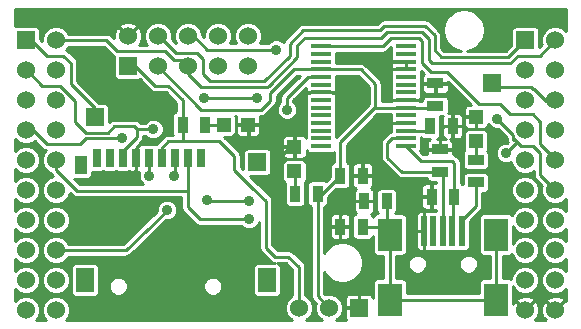
<source format=gtl>
G04 (created by PCBNEW (2013-07-07 BZR 4022)-stable) date 27/12/2013 08:41:32*
%MOIN*%
G04 Gerber Fmt 3.4, Leading zero omitted, Abs format*
%FSLAX34Y34*%
G01*
G70*
G90*
G04 APERTURE LIST*
%ADD10C,0.00590551*%
%ADD11R,0.035X0.055*%
%ADD12R,0.055X0.035*%
%ADD13R,0.0472X0.0472*%
%ADD14R,0.065X0.016*%
%ADD15R,0.06X0.06*%
%ADD16C,0.06*%
%ADD17R,0.02X0.1*%
%ADD18R,0.0787402X0.11*%
%ADD19R,0.03X0.06*%
%ADD20R,0.04X0.06*%
%ADD21R,0.06X0.08*%
%ADD22C,0.035*%
%ADD23C,0.01*%
%ADD24C,0.00984252*%
G04 APERTURE END LIST*
G54D10*
G54D11*
X81275Y-66350D03*
X82025Y-66350D03*
G54D12*
X83800Y-64625D03*
X83800Y-65375D03*
G54D11*
X83525Y-66200D03*
X84275Y-66200D03*
X80475Y-65500D03*
X81225Y-65500D03*
G54D12*
X83650Y-62425D03*
X83650Y-63175D03*
G54D11*
X84225Y-63850D03*
X83475Y-63850D03*
G54D13*
X85000Y-64363D03*
X85000Y-63537D03*
X78950Y-65363D03*
X78950Y-64537D03*
G54D11*
X81225Y-67200D03*
X80475Y-67200D03*
G54D12*
X85000Y-65725D03*
X85000Y-64975D03*
G54D11*
X78975Y-66100D03*
X79725Y-66100D03*
G54D14*
X79833Y-62722D03*
X79833Y-62978D03*
X79833Y-63234D03*
X79833Y-63490D03*
X82667Y-61954D03*
X79833Y-61954D03*
X79833Y-62210D03*
X79833Y-62466D03*
X82667Y-63746D03*
X82667Y-63490D03*
X82667Y-63234D03*
X82667Y-62978D03*
X82667Y-62722D03*
X82667Y-62466D03*
X79833Y-63746D03*
X82667Y-62210D03*
X82667Y-61698D03*
X82667Y-61443D03*
X82667Y-61187D03*
X79833Y-61187D03*
X79833Y-61443D03*
X79833Y-61698D03*
X79833Y-64002D03*
X79833Y-64257D03*
X79833Y-64513D03*
X82667Y-64513D03*
X82667Y-64257D03*
X82667Y-64002D03*
G54D13*
X76587Y-63800D03*
X77413Y-63800D03*
G54D11*
X75225Y-63800D03*
X75975Y-63800D03*
G54D15*
X81100Y-69900D03*
G54D16*
X80100Y-69900D03*
X79100Y-69900D03*
G54D15*
X70000Y-60984D03*
G54D16*
X71000Y-60984D03*
X70000Y-61984D03*
X71000Y-61984D03*
X70000Y-62984D03*
X71000Y-62984D03*
X70000Y-63984D03*
X71000Y-63984D03*
X70000Y-64984D03*
X71000Y-64984D03*
X70000Y-65984D03*
X71000Y-65984D03*
X70000Y-66984D03*
X71000Y-66984D03*
X70000Y-67984D03*
X71000Y-67984D03*
X70000Y-68984D03*
X71000Y-68984D03*
X70000Y-69984D03*
X71000Y-69984D03*
G54D15*
X86650Y-60984D03*
G54D16*
X87650Y-60984D03*
X86650Y-61984D03*
X87650Y-61984D03*
X86650Y-62984D03*
X87650Y-62984D03*
X86650Y-63984D03*
X87650Y-63984D03*
X86650Y-64984D03*
X87650Y-64984D03*
X86650Y-65984D03*
X87650Y-65984D03*
X86650Y-66984D03*
X87650Y-66984D03*
X86650Y-67984D03*
X87650Y-67984D03*
X86650Y-68984D03*
X87650Y-68984D03*
X86650Y-69984D03*
X87650Y-69984D03*
G54D17*
X83270Y-67350D03*
X83585Y-67350D03*
X83900Y-67350D03*
X84214Y-67350D03*
X84529Y-67350D03*
G54D18*
X82128Y-69631D03*
X85671Y-69631D03*
X82128Y-67465D03*
X85671Y-67465D03*
G54D15*
X85550Y-62400D03*
X73400Y-61850D03*
G54D16*
X73400Y-60850D03*
X74400Y-61850D03*
X74400Y-60850D03*
X75400Y-61850D03*
X75400Y-60850D03*
X76400Y-61850D03*
X76400Y-60850D03*
X77400Y-61850D03*
X77400Y-60850D03*
G54D15*
X72300Y-63550D03*
G54D19*
X75832Y-64900D03*
X75399Y-64900D03*
X74966Y-64900D03*
X74533Y-64900D03*
X74100Y-64900D03*
X73666Y-64900D03*
X73233Y-64900D03*
X72800Y-64900D03*
X72367Y-64900D03*
G54D20*
X71837Y-65136D03*
G54D21*
X71974Y-68983D03*
X78037Y-68983D03*
G54D15*
X77714Y-65054D03*
G54D22*
X78350Y-61300D03*
X73200Y-64250D03*
X86000Y-64750D03*
X85700Y-63600D03*
X77450Y-66950D03*
X74250Y-63950D03*
X75950Y-62900D03*
X77700Y-62900D03*
X74950Y-65500D03*
X74100Y-65500D03*
X74700Y-66650D03*
X78700Y-63300D03*
X76050Y-66300D03*
X77450Y-66350D03*
X77100Y-68200D03*
X78400Y-67600D03*
X81750Y-63700D03*
X80650Y-63650D03*
X72600Y-61750D03*
X78500Y-60250D03*
X81650Y-61550D03*
G54D23*
X75225Y-63800D02*
X75225Y-64350D01*
X75225Y-64350D02*
X75250Y-64350D01*
X73400Y-61850D02*
X73650Y-61850D01*
X75225Y-62975D02*
X75225Y-63800D01*
X74750Y-62500D02*
X75225Y-62975D01*
X74300Y-62500D02*
X74750Y-62500D01*
X73650Y-61850D02*
X74300Y-62500D01*
X75025Y-64350D02*
X74750Y-64350D01*
X75050Y-64350D02*
X75250Y-64350D01*
X75025Y-64350D02*
X75050Y-64350D01*
X74750Y-64350D02*
X74533Y-64566D01*
X74533Y-64566D02*
X74533Y-64900D01*
X76950Y-64850D02*
X76950Y-65300D01*
X76950Y-65300D02*
X77550Y-65900D01*
X77550Y-65900D02*
X78000Y-66350D01*
X78000Y-66350D02*
X78000Y-67900D01*
X78000Y-67900D02*
X78300Y-68200D01*
X78300Y-68200D02*
X78750Y-68200D01*
X78750Y-68200D02*
X79100Y-68550D01*
X79100Y-68550D02*
X79100Y-69900D01*
X75250Y-64350D02*
X76450Y-64350D01*
X76450Y-64350D02*
X76950Y-64850D01*
X78950Y-61954D02*
X78946Y-61954D01*
X78946Y-61954D02*
X78150Y-62750D01*
X75850Y-63300D02*
X74400Y-61850D01*
X77850Y-63300D02*
X75850Y-63300D01*
X78150Y-63000D02*
X77850Y-63300D01*
X78150Y-62750D02*
X78150Y-63000D01*
X79200Y-61954D02*
X78950Y-61954D01*
X79833Y-61954D02*
X79200Y-61954D01*
X79200Y-61954D02*
X79196Y-61954D01*
X79725Y-66100D02*
X79725Y-69525D01*
X79725Y-69525D02*
X80100Y-69900D01*
X79725Y-66100D02*
X79875Y-66100D01*
X79875Y-66100D02*
X80475Y-65500D01*
X82667Y-63234D02*
X83491Y-63234D01*
X83491Y-63234D02*
X83650Y-63075D01*
X79833Y-61954D02*
X81154Y-61954D01*
X81650Y-62450D02*
X81650Y-63234D01*
X81154Y-61954D02*
X81650Y-62450D01*
X80475Y-65500D02*
X80475Y-64375D01*
X81616Y-63234D02*
X81650Y-63234D01*
X81650Y-63234D02*
X82667Y-63234D01*
X80475Y-64375D02*
X81616Y-63234D01*
X78800Y-61500D02*
X78800Y-61100D01*
X78800Y-61500D02*
X77950Y-62350D01*
X77950Y-62350D02*
X77750Y-62350D01*
X74400Y-60850D02*
X74450Y-60850D01*
X76150Y-62350D02*
X77750Y-62350D01*
X75900Y-62100D02*
X76150Y-62350D01*
X75900Y-61600D02*
X75900Y-62100D01*
X75700Y-61400D02*
X75900Y-61600D01*
X75000Y-61400D02*
X75700Y-61400D01*
X74450Y-60850D02*
X75000Y-61400D01*
X86084Y-61550D02*
X86650Y-60984D01*
X83850Y-61550D02*
X86084Y-61550D01*
X83630Y-61330D02*
X83850Y-61550D01*
X83630Y-60830D02*
X83630Y-61330D01*
X83300Y-60500D02*
X83630Y-60830D01*
X81950Y-60500D02*
X83300Y-60500D01*
X81800Y-60650D02*
X81950Y-60500D01*
X79250Y-60650D02*
X81800Y-60650D01*
X78800Y-61100D02*
X79250Y-60650D01*
X74400Y-60850D02*
X74400Y-60900D01*
X79050Y-61550D02*
X79050Y-61150D01*
X78050Y-62550D02*
X78100Y-62500D01*
X75400Y-62100D02*
X75850Y-62550D01*
X75400Y-61850D02*
X75400Y-62100D01*
X78100Y-62500D02*
X79050Y-61550D01*
X75850Y-62550D02*
X78050Y-62550D01*
X87134Y-61500D02*
X87650Y-60984D01*
X86400Y-61500D02*
X87134Y-61500D01*
X86150Y-61750D02*
X86400Y-61500D01*
X83550Y-61750D02*
X86150Y-61750D01*
X83450Y-61650D02*
X83550Y-61750D01*
X83450Y-60950D02*
X83450Y-61650D01*
X83200Y-60700D02*
X83450Y-60950D01*
X82050Y-60700D02*
X83200Y-60700D01*
X81850Y-60900D02*
X82050Y-60700D01*
X79300Y-60900D02*
X81850Y-60900D01*
X79050Y-61150D02*
X79300Y-60900D01*
X71000Y-60984D02*
X72684Y-60984D01*
X75200Y-61650D02*
X75400Y-61850D01*
X74950Y-61650D02*
X75200Y-61650D01*
X74650Y-61350D02*
X74950Y-61650D01*
X73050Y-61350D02*
X74650Y-61350D01*
X72684Y-60984D02*
X73050Y-61350D01*
X75400Y-60850D02*
X75600Y-60850D01*
X75600Y-60850D02*
X76050Y-61300D01*
X78251Y-61300D02*
X78350Y-61300D01*
X76050Y-61300D02*
X78251Y-61300D01*
X70234Y-63984D02*
X70700Y-64450D01*
X70700Y-64450D02*
X71800Y-64450D01*
X71800Y-64450D02*
X72000Y-64250D01*
X72000Y-64250D02*
X73200Y-64250D01*
X70234Y-63984D02*
X70000Y-63984D01*
X86350Y-64400D02*
X86350Y-64350D01*
X86375Y-64375D02*
X86350Y-64400D01*
X86000Y-64750D02*
X86375Y-64375D01*
X86250Y-64150D02*
X86250Y-64300D01*
X85700Y-63600D02*
X86250Y-64150D01*
X86300Y-64300D02*
X86250Y-64250D01*
X86250Y-64250D02*
X86350Y-64350D01*
X86350Y-64350D02*
X86500Y-64500D01*
X86900Y-64500D02*
X87150Y-64750D01*
X87150Y-64750D02*
X87150Y-65484D01*
X87150Y-65484D02*
X87650Y-65984D01*
X86500Y-64500D02*
X86900Y-64500D01*
X75399Y-65999D02*
X75399Y-66549D01*
X75800Y-66950D02*
X77450Y-66950D01*
X75399Y-66549D02*
X75800Y-66950D01*
X71000Y-64984D02*
X71000Y-65300D01*
X71699Y-65999D02*
X75399Y-65999D01*
X75399Y-64900D02*
X75399Y-65999D01*
X71000Y-65300D02*
X71699Y-65999D01*
X71650Y-63000D02*
X71650Y-63719D01*
X70000Y-61984D02*
X70034Y-61984D01*
X71150Y-62500D02*
X71650Y-63000D01*
X70550Y-62500D02*
X71150Y-62500D01*
X70034Y-61984D02*
X70550Y-62500D01*
X73600Y-63850D02*
X73700Y-63950D01*
X72950Y-63850D02*
X73600Y-63850D01*
X72730Y-64069D02*
X72950Y-63850D01*
X72000Y-64069D02*
X72730Y-64069D01*
X71650Y-63719D02*
X72000Y-64069D01*
X73233Y-64900D02*
X73233Y-64666D01*
X73700Y-64200D02*
X73700Y-63950D01*
X73233Y-64666D02*
X73700Y-64200D01*
X73700Y-63950D02*
X73800Y-63950D01*
X74250Y-63950D02*
X73800Y-63950D01*
X75950Y-62900D02*
X77700Y-62900D01*
X74966Y-65262D02*
X74950Y-65500D01*
X74966Y-65200D02*
X74966Y-65262D01*
X74966Y-65150D02*
X74966Y-65200D01*
X74966Y-64900D02*
X74966Y-65150D01*
X74100Y-64900D02*
X74100Y-65150D01*
X74100Y-65150D02*
X74100Y-65200D01*
X74100Y-65200D02*
X74100Y-65262D01*
X74100Y-65262D02*
X74100Y-65500D01*
X71000Y-67984D02*
X73334Y-67984D01*
X74700Y-66668D02*
X74700Y-66650D01*
X73334Y-67984D02*
X74700Y-66668D01*
X78700Y-62900D02*
X79390Y-62210D01*
X79390Y-62210D02*
X79833Y-62210D01*
X78700Y-63300D02*
X78700Y-62900D01*
X84050Y-62050D02*
X83500Y-62050D01*
X85800Y-63100D02*
X86150Y-63450D01*
X86150Y-63450D02*
X86900Y-63450D01*
X87650Y-64984D02*
X87650Y-64950D01*
X81887Y-61187D02*
X79833Y-61187D01*
X85100Y-63100D02*
X84050Y-62050D01*
X85700Y-63100D02*
X85100Y-63100D01*
X87150Y-63700D02*
X86900Y-63450D01*
X87150Y-64450D02*
X87150Y-63700D01*
X87650Y-64950D02*
X87150Y-64450D01*
X85700Y-63100D02*
X85800Y-63100D01*
X82174Y-60900D02*
X81887Y-61187D01*
X83100Y-60900D02*
X82174Y-60900D01*
X83200Y-61000D02*
X83100Y-60900D01*
X83200Y-61750D02*
X83200Y-61000D01*
X83500Y-62050D02*
X83200Y-61750D01*
X77450Y-66350D02*
X76100Y-66350D01*
X76100Y-66350D02*
X76050Y-66300D01*
X77450Y-66350D02*
X77400Y-66400D01*
X78950Y-64537D02*
X78813Y-64537D01*
X77100Y-68200D02*
X77100Y-68150D01*
X78400Y-64950D02*
X78400Y-67600D01*
X78813Y-64537D02*
X78400Y-64950D01*
X79833Y-62722D02*
X80322Y-62722D01*
X81796Y-63746D02*
X82667Y-63746D01*
X81750Y-63700D02*
X81796Y-63746D01*
X80650Y-63050D02*
X80650Y-63650D01*
X80322Y-62722D02*
X80650Y-63050D01*
X73666Y-64900D02*
X73666Y-64583D01*
X72250Y-62050D02*
X72600Y-61750D01*
X72250Y-62300D02*
X72250Y-62050D01*
X72650Y-62700D02*
X72250Y-62300D01*
X74350Y-62700D02*
X72650Y-62700D01*
X74650Y-63000D02*
X74350Y-62700D01*
X74650Y-64050D02*
X74650Y-63000D01*
X74350Y-64350D02*
X74650Y-64050D01*
X73900Y-64350D02*
X74350Y-64350D01*
X73666Y-64583D02*
X73900Y-64350D01*
X82667Y-61698D02*
X81698Y-61598D01*
X74100Y-60150D02*
X73400Y-60850D01*
X78400Y-60150D02*
X74100Y-60150D01*
X78500Y-60250D02*
X78400Y-60150D01*
X81698Y-61598D02*
X81650Y-61550D01*
X85000Y-64975D02*
X85000Y-64363D01*
X85550Y-62400D02*
X85700Y-62550D01*
X85700Y-62550D02*
X86850Y-62550D01*
X86850Y-62550D02*
X86900Y-62600D01*
X86900Y-62600D02*
X86950Y-62600D01*
X86950Y-62600D02*
X87350Y-63000D01*
X87350Y-63000D02*
X87650Y-63000D01*
X87650Y-63000D02*
X87650Y-62984D01*
X81225Y-67200D02*
X81862Y-67200D01*
X81862Y-67200D02*
X82128Y-67465D01*
X82025Y-66350D02*
X82025Y-67362D01*
X82025Y-67362D02*
X82128Y-67465D01*
X85671Y-69631D02*
X82128Y-69631D01*
X85671Y-67465D02*
X85671Y-69631D01*
X82128Y-67465D02*
X82128Y-69631D01*
X70000Y-60984D02*
X70184Y-60984D01*
X72300Y-63250D02*
X72300Y-63550D01*
X71500Y-62450D02*
X72300Y-63250D01*
X71500Y-61750D02*
X71500Y-62450D01*
X71250Y-61500D02*
X71500Y-61750D01*
X70700Y-61500D02*
X71250Y-61500D01*
X70184Y-60984D02*
X70700Y-61500D01*
X78975Y-66100D02*
X78975Y-65388D01*
X78975Y-65388D02*
X78950Y-65363D01*
X82667Y-64002D02*
X83323Y-64002D01*
X83323Y-64002D02*
X83475Y-63850D01*
X82667Y-64257D02*
X82193Y-64257D01*
X82525Y-65375D02*
X83800Y-65375D01*
X82050Y-64900D02*
X82525Y-65375D01*
X82050Y-64400D02*
X82050Y-64900D01*
X82193Y-64257D02*
X82050Y-64400D01*
X83900Y-67350D02*
X83900Y-65475D01*
X83900Y-65475D02*
X83800Y-65375D01*
X76587Y-63800D02*
X75975Y-63800D01*
X83152Y-64998D02*
X84198Y-64998D01*
X84275Y-65075D02*
X84275Y-66200D01*
X84198Y-64998D02*
X84275Y-65075D01*
X83154Y-65000D02*
X83152Y-64998D01*
X83152Y-64998D02*
X82667Y-64513D01*
X84225Y-66200D02*
X84225Y-67339D01*
X84225Y-67339D02*
X84214Y-67350D01*
X84529Y-67350D02*
X84529Y-66970D01*
X85000Y-66500D02*
X85000Y-65725D01*
X84529Y-66970D02*
X85000Y-66500D01*
G54D10*
G36*
X73897Y-65781D02*
X71789Y-65781D01*
X71610Y-65603D01*
X71670Y-65603D01*
X72070Y-65603D01*
X72132Y-65578D01*
X72179Y-65531D01*
X72205Y-65469D01*
X72205Y-65403D01*
X72205Y-65367D01*
X72250Y-65367D01*
X72550Y-65367D01*
X72584Y-65353D01*
X72617Y-65367D01*
X72683Y-65367D01*
X72983Y-65367D01*
X73017Y-65353D01*
X73050Y-65367D01*
X73116Y-65367D01*
X73416Y-65367D01*
X73450Y-65353D01*
X73483Y-65367D01*
X73550Y-65367D01*
X73615Y-65367D01*
X73657Y-65325D01*
X73657Y-64909D01*
X73649Y-64909D01*
X73649Y-64890D01*
X73657Y-64890D01*
X73657Y-64882D01*
X73676Y-64882D01*
X73676Y-64890D01*
X73684Y-64890D01*
X73684Y-64909D01*
X73676Y-64909D01*
X73676Y-65325D01*
X73718Y-65367D01*
X73783Y-65367D01*
X73784Y-65367D01*
X73757Y-65431D01*
X73757Y-65567D01*
X73809Y-65693D01*
X73897Y-65781D01*
X73897Y-65781D01*
G37*
G54D24*
X73897Y-65781D02*
X71789Y-65781D01*
X71610Y-65603D01*
X71670Y-65603D01*
X72070Y-65603D01*
X72132Y-65578D01*
X72179Y-65531D01*
X72205Y-65469D01*
X72205Y-65403D01*
X72205Y-65367D01*
X72250Y-65367D01*
X72550Y-65367D01*
X72584Y-65353D01*
X72617Y-65367D01*
X72683Y-65367D01*
X72983Y-65367D01*
X73017Y-65353D01*
X73050Y-65367D01*
X73116Y-65367D01*
X73416Y-65367D01*
X73450Y-65353D01*
X73483Y-65367D01*
X73550Y-65367D01*
X73615Y-65367D01*
X73657Y-65325D01*
X73657Y-64909D01*
X73649Y-64909D01*
X73649Y-64890D01*
X73657Y-64890D01*
X73657Y-64882D01*
X73676Y-64882D01*
X73676Y-64890D01*
X73684Y-64890D01*
X73684Y-64909D01*
X73676Y-64909D01*
X73676Y-65325D01*
X73718Y-65367D01*
X73783Y-65367D01*
X73784Y-65367D01*
X73757Y-65431D01*
X73757Y-65567D01*
X73809Y-65693D01*
X73897Y-65781D01*
G54D10*
G36*
X75007Y-63361D02*
X74955Y-63383D01*
X74908Y-63430D01*
X74882Y-63491D01*
X74882Y-63558D01*
X74882Y-64108D01*
X74892Y-64132D01*
X74750Y-64132D01*
X74666Y-64149D01*
X74596Y-64196D01*
X74596Y-64196D01*
X74379Y-64413D01*
X74366Y-64432D01*
X74349Y-64432D01*
X74316Y-64446D01*
X74283Y-64432D01*
X74216Y-64432D01*
X73916Y-64432D01*
X73883Y-64446D01*
X73850Y-64432D01*
X73783Y-64432D01*
X73774Y-64432D01*
X73853Y-64353D01*
X73853Y-64353D01*
X73853Y-64353D01*
X73900Y-64283D01*
X73900Y-64283D01*
X73917Y-64200D01*
X73917Y-64200D01*
X73917Y-64167D01*
X73983Y-64167D01*
X74055Y-64240D01*
X74181Y-64292D01*
X74317Y-64292D01*
X74443Y-64240D01*
X74540Y-64144D01*
X74592Y-64018D01*
X74592Y-63882D01*
X74540Y-63756D01*
X74444Y-63659D01*
X74318Y-63607D01*
X74182Y-63607D01*
X74056Y-63659D01*
X73983Y-63732D01*
X73800Y-63732D01*
X73790Y-63732D01*
X73753Y-63696D01*
X73683Y-63649D01*
X73600Y-63632D01*
X72950Y-63632D01*
X72949Y-63632D01*
X72933Y-63635D01*
X72866Y-63649D01*
X72796Y-63696D01*
X72796Y-63696D01*
X72767Y-63725D01*
X72767Y-63216D01*
X72741Y-63155D01*
X72694Y-63108D01*
X72633Y-63082D01*
X72566Y-63082D01*
X72439Y-63082D01*
X71717Y-62359D01*
X71717Y-61750D01*
X71700Y-61666D01*
X71700Y-61666D01*
X71653Y-61596D01*
X71403Y-61346D01*
X71340Y-61304D01*
X71340Y-61304D01*
X71395Y-61249D01*
X71415Y-61201D01*
X72593Y-61201D01*
X72896Y-61503D01*
X72932Y-61527D01*
X72932Y-61527D01*
X72932Y-61583D01*
X72932Y-62183D01*
X72958Y-62244D01*
X73005Y-62291D01*
X73066Y-62317D01*
X73133Y-62317D01*
X73733Y-62317D01*
X73787Y-62294D01*
X74146Y-62653D01*
X74216Y-62700D01*
X74216Y-62700D01*
X74300Y-62717D01*
X74659Y-62717D01*
X75007Y-63065D01*
X75007Y-63361D01*
X75007Y-63361D01*
G37*
G54D24*
X75007Y-63361D02*
X74955Y-63383D01*
X74908Y-63430D01*
X74882Y-63491D01*
X74882Y-63558D01*
X74882Y-64108D01*
X74892Y-64132D01*
X74750Y-64132D01*
X74666Y-64149D01*
X74596Y-64196D01*
X74596Y-64196D01*
X74379Y-64413D01*
X74366Y-64432D01*
X74349Y-64432D01*
X74316Y-64446D01*
X74283Y-64432D01*
X74216Y-64432D01*
X73916Y-64432D01*
X73883Y-64446D01*
X73850Y-64432D01*
X73783Y-64432D01*
X73774Y-64432D01*
X73853Y-64353D01*
X73853Y-64353D01*
X73853Y-64353D01*
X73900Y-64283D01*
X73900Y-64283D01*
X73917Y-64200D01*
X73917Y-64200D01*
X73917Y-64167D01*
X73983Y-64167D01*
X74055Y-64240D01*
X74181Y-64292D01*
X74317Y-64292D01*
X74443Y-64240D01*
X74540Y-64144D01*
X74592Y-64018D01*
X74592Y-63882D01*
X74540Y-63756D01*
X74444Y-63659D01*
X74318Y-63607D01*
X74182Y-63607D01*
X74056Y-63659D01*
X73983Y-63732D01*
X73800Y-63732D01*
X73790Y-63732D01*
X73753Y-63696D01*
X73683Y-63649D01*
X73600Y-63632D01*
X72950Y-63632D01*
X72949Y-63632D01*
X72933Y-63635D01*
X72866Y-63649D01*
X72796Y-63696D01*
X72796Y-63696D01*
X72767Y-63725D01*
X72767Y-63216D01*
X72741Y-63155D01*
X72694Y-63108D01*
X72633Y-63082D01*
X72566Y-63082D01*
X72439Y-63082D01*
X71717Y-62359D01*
X71717Y-61750D01*
X71700Y-61666D01*
X71700Y-61666D01*
X71653Y-61596D01*
X71403Y-61346D01*
X71340Y-61304D01*
X71340Y-61304D01*
X71395Y-61249D01*
X71415Y-61201D01*
X72593Y-61201D01*
X72896Y-61503D01*
X72932Y-61527D01*
X72932Y-61527D01*
X72932Y-61583D01*
X72932Y-62183D01*
X72958Y-62244D01*
X73005Y-62291D01*
X73066Y-62317D01*
X73133Y-62317D01*
X73733Y-62317D01*
X73787Y-62294D01*
X74146Y-62653D01*
X74216Y-62700D01*
X74216Y-62700D01*
X74300Y-62717D01*
X74659Y-62717D01*
X75007Y-63065D01*
X75007Y-63361D01*
G54D10*
G36*
X78882Y-69484D02*
X78835Y-69503D01*
X78704Y-69634D01*
X78632Y-69806D01*
X78632Y-69992D01*
X78703Y-70164D01*
X78834Y-70295D01*
X78852Y-70303D01*
X76543Y-70303D01*
X76543Y-69128D01*
X76495Y-69011D01*
X76405Y-68922D01*
X76289Y-68874D01*
X76163Y-68873D01*
X76046Y-68922D01*
X75957Y-69011D01*
X75908Y-69127D01*
X75908Y-69254D01*
X75956Y-69370D01*
X76046Y-69460D01*
X76162Y-69508D01*
X76288Y-69508D01*
X76405Y-69460D01*
X76494Y-69371D01*
X76543Y-69254D01*
X76543Y-69128D01*
X76543Y-70303D01*
X75042Y-70303D01*
X75042Y-66582D01*
X74990Y-66456D01*
X74894Y-66359D01*
X74768Y-66307D01*
X74632Y-66307D01*
X74506Y-66359D01*
X74409Y-66455D01*
X74357Y-66581D01*
X74357Y-66697D01*
X73246Y-67766D01*
X71467Y-67766D01*
X71467Y-66891D01*
X71396Y-66719D01*
X71265Y-66588D01*
X71093Y-66516D01*
X70907Y-66516D01*
X70735Y-66587D01*
X70604Y-66718D01*
X70532Y-66890D01*
X70532Y-67076D01*
X70603Y-67248D01*
X70734Y-67379D01*
X70906Y-67451D01*
X71092Y-67451D01*
X71264Y-67380D01*
X71395Y-67249D01*
X71467Y-67077D01*
X71467Y-66891D01*
X71467Y-67766D01*
X71415Y-67766D01*
X71396Y-67719D01*
X71265Y-67588D01*
X71093Y-67516D01*
X70907Y-67516D01*
X70735Y-67587D01*
X70604Y-67718D01*
X70532Y-67890D01*
X70532Y-68076D01*
X70603Y-68248D01*
X70734Y-68379D01*
X70906Y-68451D01*
X71092Y-68451D01*
X71264Y-68380D01*
X71395Y-68249D01*
X71415Y-68201D01*
X73334Y-68201D01*
X73373Y-68193D01*
X73413Y-68186D01*
X73415Y-68185D01*
X73417Y-68184D01*
X73450Y-68162D01*
X73484Y-68140D01*
X74677Y-66992D01*
X74767Y-66992D01*
X74893Y-66940D01*
X74990Y-66844D01*
X75042Y-66718D01*
X75042Y-66582D01*
X75042Y-70303D01*
X73393Y-70303D01*
X73393Y-69128D01*
X73345Y-69011D01*
X73256Y-68922D01*
X73139Y-68874D01*
X73013Y-68873D01*
X72896Y-68922D01*
X72807Y-69011D01*
X72759Y-69127D01*
X72759Y-69254D01*
X72807Y-69370D01*
X72896Y-69460D01*
X73012Y-69508D01*
X73139Y-69508D01*
X73255Y-69460D01*
X73345Y-69371D01*
X73393Y-69254D01*
X73393Y-69128D01*
X73393Y-70303D01*
X72441Y-70303D01*
X72441Y-69350D01*
X72441Y-68550D01*
X72415Y-68489D01*
X72368Y-68442D01*
X72307Y-68416D01*
X72240Y-68416D01*
X71640Y-68416D01*
X71579Y-68441D01*
X71532Y-68488D01*
X71506Y-68550D01*
X71506Y-68616D01*
X71506Y-69416D01*
X71532Y-69478D01*
X71579Y-69525D01*
X71640Y-69551D01*
X71707Y-69551D01*
X72307Y-69551D01*
X72368Y-69525D01*
X72415Y-69478D01*
X72441Y-69417D01*
X72441Y-69350D01*
X72441Y-70303D01*
X71341Y-70303D01*
X71395Y-70249D01*
X71467Y-70077D01*
X71467Y-69891D01*
X71467Y-68891D01*
X71396Y-68719D01*
X71265Y-68588D01*
X71093Y-68516D01*
X70907Y-68516D01*
X70735Y-68587D01*
X70604Y-68718D01*
X70532Y-68890D01*
X70532Y-69076D01*
X70603Y-69248D01*
X70734Y-69379D01*
X70906Y-69451D01*
X71092Y-69451D01*
X71264Y-69380D01*
X71395Y-69249D01*
X71467Y-69077D01*
X71467Y-68891D01*
X71467Y-69891D01*
X71396Y-69719D01*
X71265Y-69588D01*
X71093Y-69516D01*
X70907Y-69516D01*
X70735Y-69587D01*
X70604Y-69718D01*
X70532Y-69890D01*
X70532Y-70076D01*
X70603Y-70248D01*
X70658Y-70303D01*
X70341Y-70303D01*
X70395Y-70249D01*
X70467Y-70077D01*
X70467Y-69891D01*
X70396Y-69719D01*
X70265Y-69588D01*
X70093Y-69516D01*
X69907Y-69516D01*
X69735Y-69587D01*
X69646Y-69676D01*
X69646Y-69291D01*
X69734Y-69379D01*
X69906Y-69451D01*
X70092Y-69451D01*
X70264Y-69380D01*
X70395Y-69249D01*
X70467Y-69077D01*
X70467Y-68891D01*
X70396Y-68719D01*
X70265Y-68588D01*
X70093Y-68516D01*
X69907Y-68516D01*
X69735Y-68587D01*
X69646Y-68676D01*
X69646Y-68291D01*
X69734Y-68379D01*
X69906Y-68451D01*
X70092Y-68451D01*
X70264Y-68380D01*
X70395Y-68249D01*
X70467Y-68077D01*
X70467Y-67891D01*
X70396Y-67719D01*
X70265Y-67588D01*
X70093Y-67516D01*
X69907Y-67516D01*
X69735Y-67587D01*
X69646Y-67676D01*
X69646Y-67291D01*
X69734Y-67379D01*
X69906Y-67451D01*
X70092Y-67451D01*
X70264Y-67380D01*
X70395Y-67249D01*
X70467Y-67077D01*
X70467Y-66891D01*
X70396Y-66719D01*
X70265Y-66588D01*
X70093Y-66516D01*
X69907Y-66516D01*
X69735Y-66587D01*
X69646Y-66676D01*
X69646Y-66291D01*
X69734Y-66379D01*
X69906Y-66451D01*
X70092Y-66451D01*
X70264Y-66380D01*
X70395Y-66249D01*
X70467Y-66077D01*
X70467Y-65891D01*
X70396Y-65719D01*
X70265Y-65588D01*
X70093Y-65516D01*
X69907Y-65516D01*
X69735Y-65587D01*
X69646Y-65676D01*
X69646Y-65291D01*
X69734Y-65379D01*
X69906Y-65451D01*
X70092Y-65451D01*
X70264Y-65380D01*
X70395Y-65249D01*
X70467Y-65077D01*
X70467Y-64891D01*
X70396Y-64719D01*
X70265Y-64588D01*
X70093Y-64516D01*
X69907Y-64516D01*
X69735Y-64587D01*
X69646Y-64676D01*
X69646Y-64291D01*
X69734Y-64379D01*
X69906Y-64451D01*
X70092Y-64451D01*
X70264Y-64380D01*
X70293Y-64351D01*
X70546Y-64603D01*
X70546Y-64603D01*
X70616Y-64650D01*
X70616Y-64650D01*
X70663Y-64659D01*
X70604Y-64718D01*
X70532Y-64890D01*
X70532Y-65076D01*
X70603Y-65248D01*
X70734Y-65379D01*
X70820Y-65415D01*
X70846Y-65453D01*
X70909Y-65516D01*
X70907Y-65516D01*
X70735Y-65587D01*
X70604Y-65718D01*
X70532Y-65890D01*
X70532Y-66076D01*
X70603Y-66248D01*
X70734Y-66379D01*
X70906Y-66451D01*
X71092Y-66451D01*
X71264Y-66380D01*
X71395Y-66249D01*
X71467Y-66077D01*
X71467Y-66074D01*
X71545Y-66152D01*
X71616Y-66199D01*
X71616Y-66199D01*
X71699Y-66216D01*
X75181Y-66216D01*
X75181Y-66549D01*
X75198Y-66632D01*
X75245Y-66702D01*
X75646Y-67103D01*
X75716Y-67150D01*
X75716Y-67150D01*
X75800Y-67167D01*
X77183Y-67167D01*
X77255Y-67240D01*
X77381Y-67292D01*
X77517Y-67292D01*
X77643Y-67240D01*
X77740Y-67144D01*
X77782Y-67041D01*
X77782Y-67900D01*
X77799Y-67983D01*
X77846Y-68053D01*
X78146Y-68353D01*
X78146Y-68353D01*
X78216Y-68400D01*
X78216Y-68400D01*
X78283Y-68414D01*
X78295Y-68416D01*
X77703Y-68416D01*
X77642Y-68441D01*
X77595Y-68488D01*
X77569Y-68550D01*
X77569Y-68616D01*
X77569Y-69416D01*
X77595Y-69478D01*
X77642Y-69525D01*
X77703Y-69551D01*
X77770Y-69551D01*
X78370Y-69551D01*
X78431Y-69525D01*
X78478Y-69478D01*
X78504Y-69417D01*
X78504Y-69350D01*
X78504Y-68550D01*
X78478Y-68489D01*
X78431Y-68442D01*
X78372Y-68417D01*
X78659Y-68417D01*
X78882Y-68640D01*
X78882Y-69484D01*
X78882Y-69484D01*
G37*
G54D24*
X78882Y-69484D02*
X78835Y-69503D01*
X78704Y-69634D01*
X78632Y-69806D01*
X78632Y-69992D01*
X78703Y-70164D01*
X78834Y-70295D01*
X78852Y-70303D01*
X76543Y-70303D01*
X76543Y-69128D01*
X76495Y-69011D01*
X76405Y-68922D01*
X76289Y-68874D01*
X76163Y-68873D01*
X76046Y-68922D01*
X75957Y-69011D01*
X75908Y-69127D01*
X75908Y-69254D01*
X75956Y-69370D01*
X76046Y-69460D01*
X76162Y-69508D01*
X76288Y-69508D01*
X76405Y-69460D01*
X76494Y-69371D01*
X76543Y-69254D01*
X76543Y-69128D01*
X76543Y-70303D01*
X75042Y-70303D01*
X75042Y-66582D01*
X74990Y-66456D01*
X74894Y-66359D01*
X74768Y-66307D01*
X74632Y-66307D01*
X74506Y-66359D01*
X74409Y-66455D01*
X74357Y-66581D01*
X74357Y-66697D01*
X73246Y-67766D01*
X71467Y-67766D01*
X71467Y-66891D01*
X71396Y-66719D01*
X71265Y-66588D01*
X71093Y-66516D01*
X70907Y-66516D01*
X70735Y-66587D01*
X70604Y-66718D01*
X70532Y-66890D01*
X70532Y-67076D01*
X70603Y-67248D01*
X70734Y-67379D01*
X70906Y-67451D01*
X71092Y-67451D01*
X71264Y-67380D01*
X71395Y-67249D01*
X71467Y-67077D01*
X71467Y-66891D01*
X71467Y-67766D01*
X71415Y-67766D01*
X71396Y-67719D01*
X71265Y-67588D01*
X71093Y-67516D01*
X70907Y-67516D01*
X70735Y-67587D01*
X70604Y-67718D01*
X70532Y-67890D01*
X70532Y-68076D01*
X70603Y-68248D01*
X70734Y-68379D01*
X70906Y-68451D01*
X71092Y-68451D01*
X71264Y-68380D01*
X71395Y-68249D01*
X71415Y-68201D01*
X73334Y-68201D01*
X73373Y-68193D01*
X73413Y-68186D01*
X73415Y-68185D01*
X73417Y-68184D01*
X73450Y-68162D01*
X73484Y-68140D01*
X74677Y-66992D01*
X74767Y-66992D01*
X74893Y-66940D01*
X74990Y-66844D01*
X75042Y-66718D01*
X75042Y-66582D01*
X75042Y-70303D01*
X73393Y-70303D01*
X73393Y-69128D01*
X73345Y-69011D01*
X73256Y-68922D01*
X73139Y-68874D01*
X73013Y-68873D01*
X72896Y-68922D01*
X72807Y-69011D01*
X72759Y-69127D01*
X72759Y-69254D01*
X72807Y-69370D01*
X72896Y-69460D01*
X73012Y-69508D01*
X73139Y-69508D01*
X73255Y-69460D01*
X73345Y-69371D01*
X73393Y-69254D01*
X73393Y-69128D01*
X73393Y-70303D01*
X72441Y-70303D01*
X72441Y-69350D01*
X72441Y-68550D01*
X72415Y-68489D01*
X72368Y-68442D01*
X72307Y-68416D01*
X72240Y-68416D01*
X71640Y-68416D01*
X71579Y-68441D01*
X71532Y-68488D01*
X71506Y-68550D01*
X71506Y-68616D01*
X71506Y-69416D01*
X71532Y-69478D01*
X71579Y-69525D01*
X71640Y-69551D01*
X71707Y-69551D01*
X72307Y-69551D01*
X72368Y-69525D01*
X72415Y-69478D01*
X72441Y-69417D01*
X72441Y-69350D01*
X72441Y-70303D01*
X71341Y-70303D01*
X71395Y-70249D01*
X71467Y-70077D01*
X71467Y-69891D01*
X71467Y-68891D01*
X71396Y-68719D01*
X71265Y-68588D01*
X71093Y-68516D01*
X70907Y-68516D01*
X70735Y-68587D01*
X70604Y-68718D01*
X70532Y-68890D01*
X70532Y-69076D01*
X70603Y-69248D01*
X70734Y-69379D01*
X70906Y-69451D01*
X71092Y-69451D01*
X71264Y-69380D01*
X71395Y-69249D01*
X71467Y-69077D01*
X71467Y-68891D01*
X71467Y-69891D01*
X71396Y-69719D01*
X71265Y-69588D01*
X71093Y-69516D01*
X70907Y-69516D01*
X70735Y-69587D01*
X70604Y-69718D01*
X70532Y-69890D01*
X70532Y-70076D01*
X70603Y-70248D01*
X70658Y-70303D01*
X70341Y-70303D01*
X70395Y-70249D01*
X70467Y-70077D01*
X70467Y-69891D01*
X70396Y-69719D01*
X70265Y-69588D01*
X70093Y-69516D01*
X69907Y-69516D01*
X69735Y-69587D01*
X69646Y-69676D01*
X69646Y-69291D01*
X69734Y-69379D01*
X69906Y-69451D01*
X70092Y-69451D01*
X70264Y-69380D01*
X70395Y-69249D01*
X70467Y-69077D01*
X70467Y-68891D01*
X70396Y-68719D01*
X70265Y-68588D01*
X70093Y-68516D01*
X69907Y-68516D01*
X69735Y-68587D01*
X69646Y-68676D01*
X69646Y-68291D01*
X69734Y-68379D01*
X69906Y-68451D01*
X70092Y-68451D01*
X70264Y-68380D01*
X70395Y-68249D01*
X70467Y-68077D01*
X70467Y-67891D01*
X70396Y-67719D01*
X70265Y-67588D01*
X70093Y-67516D01*
X69907Y-67516D01*
X69735Y-67587D01*
X69646Y-67676D01*
X69646Y-67291D01*
X69734Y-67379D01*
X69906Y-67451D01*
X70092Y-67451D01*
X70264Y-67380D01*
X70395Y-67249D01*
X70467Y-67077D01*
X70467Y-66891D01*
X70396Y-66719D01*
X70265Y-66588D01*
X70093Y-66516D01*
X69907Y-66516D01*
X69735Y-66587D01*
X69646Y-66676D01*
X69646Y-66291D01*
X69734Y-66379D01*
X69906Y-66451D01*
X70092Y-66451D01*
X70264Y-66380D01*
X70395Y-66249D01*
X70467Y-66077D01*
X70467Y-65891D01*
X70396Y-65719D01*
X70265Y-65588D01*
X70093Y-65516D01*
X69907Y-65516D01*
X69735Y-65587D01*
X69646Y-65676D01*
X69646Y-65291D01*
X69734Y-65379D01*
X69906Y-65451D01*
X70092Y-65451D01*
X70264Y-65380D01*
X70395Y-65249D01*
X70467Y-65077D01*
X70467Y-64891D01*
X70396Y-64719D01*
X70265Y-64588D01*
X70093Y-64516D01*
X69907Y-64516D01*
X69735Y-64587D01*
X69646Y-64676D01*
X69646Y-64291D01*
X69734Y-64379D01*
X69906Y-64451D01*
X70092Y-64451D01*
X70264Y-64380D01*
X70293Y-64351D01*
X70546Y-64603D01*
X70546Y-64603D01*
X70616Y-64650D01*
X70616Y-64650D01*
X70663Y-64659D01*
X70604Y-64718D01*
X70532Y-64890D01*
X70532Y-65076D01*
X70603Y-65248D01*
X70734Y-65379D01*
X70820Y-65415D01*
X70846Y-65453D01*
X70909Y-65516D01*
X70907Y-65516D01*
X70735Y-65587D01*
X70604Y-65718D01*
X70532Y-65890D01*
X70532Y-66076D01*
X70603Y-66248D01*
X70734Y-66379D01*
X70906Y-66451D01*
X71092Y-66451D01*
X71264Y-66380D01*
X71395Y-66249D01*
X71467Y-66077D01*
X71467Y-66074D01*
X71545Y-66152D01*
X71616Y-66199D01*
X71616Y-66199D01*
X71699Y-66216D01*
X75181Y-66216D01*
X75181Y-66549D01*
X75198Y-66632D01*
X75245Y-66702D01*
X75646Y-67103D01*
X75716Y-67150D01*
X75716Y-67150D01*
X75800Y-67167D01*
X77183Y-67167D01*
X77255Y-67240D01*
X77381Y-67292D01*
X77517Y-67292D01*
X77643Y-67240D01*
X77740Y-67144D01*
X77782Y-67041D01*
X77782Y-67900D01*
X77799Y-67983D01*
X77846Y-68053D01*
X78146Y-68353D01*
X78146Y-68353D01*
X78216Y-68400D01*
X78216Y-68400D01*
X78283Y-68414D01*
X78295Y-68416D01*
X77703Y-68416D01*
X77642Y-68441D01*
X77595Y-68488D01*
X77569Y-68550D01*
X77569Y-68616D01*
X77569Y-69416D01*
X77595Y-69478D01*
X77642Y-69525D01*
X77703Y-69551D01*
X77770Y-69551D01*
X78370Y-69551D01*
X78431Y-69525D01*
X78478Y-69478D01*
X78504Y-69417D01*
X78504Y-69350D01*
X78504Y-68550D01*
X78478Y-68489D01*
X78431Y-68442D01*
X78372Y-68417D01*
X78659Y-68417D01*
X78882Y-68640D01*
X78882Y-69484D01*
G54D10*
G36*
X81432Y-63109D02*
X80325Y-64217D01*
X80325Y-64143D01*
X80319Y-64129D01*
X80325Y-64115D01*
X80325Y-64048D01*
X80325Y-63888D01*
X80319Y-63874D01*
X80325Y-63859D01*
X80325Y-63792D01*
X80325Y-63632D01*
X80319Y-63618D01*
X80325Y-63603D01*
X80325Y-63536D01*
X80325Y-63376D01*
X80319Y-63362D01*
X80325Y-63347D01*
X80325Y-63280D01*
X80325Y-63120D01*
X80319Y-63106D01*
X80325Y-63091D01*
X80325Y-63024D01*
X80325Y-62864D01*
X80319Y-62850D01*
X80325Y-62835D01*
X80325Y-62773D01*
X80283Y-62731D01*
X80194Y-62731D01*
X80191Y-62730D01*
X80124Y-62730D01*
X79474Y-62730D01*
X79471Y-62731D01*
X79382Y-62731D01*
X79340Y-62773D01*
X79340Y-62835D01*
X79346Y-62849D01*
X79340Y-62864D01*
X79340Y-62931D01*
X79340Y-63091D01*
X79346Y-63105D01*
X79340Y-63120D01*
X79340Y-63187D01*
X79340Y-63347D01*
X79346Y-63361D01*
X79340Y-63376D01*
X79340Y-63443D01*
X79340Y-63603D01*
X79346Y-63617D01*
X79340Y-63632D01*
X79340Y-63699D01*
X79340Y-63859D01*
X79346Y-63873D01*
X79340Y-63888D01*
X79340Y-63955D01*
X79340Y-64115D01*
X79346Y-64129D01*
X79340Y-64143D01*
X79340Y-64210D01*
X79340Y-64237D01*
X79327Y-64206D01*
X79280Y-64159D01*
X79219Y-64133D01*
X79152Y-64133D01*
X79001Y-64133D01*
X78959Y-64175D01*
X78959Y-64527D01*
X78967Y-64527D01*
X78967Y-64546D01*
X78959Y-64546D01*
X78959Y-64898D01*
X79001Y-64940D01*
X79152Y-64940D01*
X79219Y-64940D01*
X79280Y-64914D01*
X79327Y-64867D01*
X79353Y-64806D01*
X79353Y-64656D01*
X79366Y-64687D01*
X79413Y-64734D01*
X79474Y-64760D01*
X79541Y-64760D01*
X80191Y-64760D01*
X80252Y-64734D01*
X80257Y-64729D01*
X80257Y-65061D01*
X80205Y-65083D01*
X80158Y-65130D01*
X80132Y-65191D01*
X80132Y-65258D01*
X80132Y-65535D01*
X79987Y-65680D01*
X79933Y-65657D01*
X79866Y-65657D01*
X79516Y-65657D01*
X79455Y-65683D01*
X79408Y-65730D01*
X79382Y-65791D01*
X79382Y-65858D01*
X79382Y-66408D01*
X79408Y-66469D01*
X79455Y-66516D01*
X79507Y-66538D01*
X79507Y-69525D01*
X79524Y-69608D01*
X79571Y-69678D01*
X79652Y-69759D01*
X79632Y-69806D01*
X79632Y-69992D01*
X79703Y-70164D01*
X79834Y-70295D01*
X79852Y-70303D01*
X79348Y-70303D01*
X79364Y-70296D01*
X79495Y-70165D01*
X79567Y-69993D01*
X79567Y-69807D01*
X79496Y-69635D01*
X79365Y-69504D01*
X79353Y-69499D01*
X79353Y-65565D01*
X79353Y-65093D01*
X79327Y-65032D01*
X79280Y-64985D01*
X79219Y-64959D01*
X79152Y-64959D01*
X78940Y-64959D01*
X78940Y-64898D01*
X78940Y-64546D01*
X78940Y-64527D01*
X78940Y-64175D01*
X78898Y-64133D01*
X78747Y-64133D01*
X78680Y-64133D01*
X78619Y-64159D01*
X78572Y-64206D01*
X78546Y-64267D01*
X78546Y-64485D01*
X78588Y-64527D01*
X78940Y-64527D01*
X78940Y-64546D01*
X78588Y-64546D01*
X78546Y-64588D01*
X78546Y-64806D01*
X78572Y-64867D01*
X78619Y-64914D01*
X78680Y-64940D01*
X78747Y-64940D01*
X78898Y-64940D01*
X78940Y-64898D01*
X78940Y-64959D01*
X78680Y-64959D01*
X78619Y-64985D01*
X78572Y-65032D01*
X78546Y-65093D01*
X78546Y-65160D01*
X78546Y-65632D01*
X78572Y-65693D01*
X78619Y-65740D01*
X78648Y-65753D01*
X78632Y-65791D01*
X78632Y-65858D01*
X78632Y-66408D01*
X78658Y-66469D01*
X78705Y-66516D01*
X78766Y-66542D01*
X78833Y-66542D01*
X79183Y-66542D01*
X79244Y-66516D01*
X79291Y-66469D01*
X79317Y-66408D01*
X79317Y-66341D01*
X79317Y-65791D01*
X79291Y-65730D01*
X79291Y-65730D01*
X79327Y-65693D01*
X79353Y-65632D01*
X79353Y-65565D01*
X79353Y-69499D01*
X79317Y-69484D01*
X79317Y-68550D01*
X79317Y-68549D01*
X79300Y-68466D01*
X79300Y-68466D01*
X79253Y-68396D01*
X79253Y-68396D01*
X78903Y-68046D01*
X78833Y-67999D01*
X78750Y-67982D01*
X78390Y-67982D01*
X78217Y-67809D01*
X78217Y-66350D01*
X78200Y-66266D01*
X78200Y-66266D01*
X78153Y-66196D01*
X77703Y-65746D01*
X77479Y-65521D01*
X78047Y-65521D01*
X78109Y-65496D01*
X78156Y-65449D01*
X78181Y-65387D01*
X78181Y-65321D01*
X78181Y-64721D01*
X78156Y-64659D01*
X78109Y-64612D01*
X78047Y-64587D01*
X77981Y-64586D01*
X77816Y-64586D01*
X77816Y-64002D01*
X77816Y-63851D01*
X77774Y-63809D01*
X77422Y-63809D01*
X77422Y-64161D01*
X77464Y-64203D01*
X77682Y-64203D01*
X77743Y-64177D01*
X77790Y-64130D01*
X77816Y-64069D01*
X77816Y-64002D01*
X77816Y-64586D01*
X77403Y-64586D01*
X77403Y-64161D01*
X77403Y-63809D01*
X77051Y-63809D01*
X77009Y-63851D01*
X77009Y-64002D01*
X77009Y-64069D01*
X77035Y-64130D01*
X77082Y-64177D01*
X77143Y-64203D01*
X77361Y-64203D01*
X77403Y-64161D01*
X77403Y-64586D01*
X77381Y-64586D01*
X77319Y-64612D01*
X77272Y-64659D01*
X77247Y-64720D01*
X77247Y-64787D01*
X77247Y-65289D01*
X77167Y-65209D01*
X77167Y-64850D01*
X77150Y-64766D01*
X77150Y-64766D01*
X77103Y-64696D01*
X76610Y-64203D01*
X76856Y-64203D01*
X76917Y-64177D01*
X76964Y-64130D01*
X76990Y-64069D01*
X76990Y-64002D01*
X76990Y-63530D01*
X76984Y-63517D01*
X77015Y-63517D01*
X77009Y-63530D01*
X77009Y-63597D01*
X77009Y-63748D01*
X77051Y-63790D01*
X77403Y-63790D01*
X77403Y-63782D01*
X77422Y-63782D01*
X77422Y-63790D01*
X77774Y-63790D01*
X77816Y-63748D01*
X77816Y-63597D01*
X77816Y-63530D01*
X77810Y-63517D01*
X77850Y-63517D01*
X77933Y-63500D01*
X77933Y-63500D01*
X78003Y-63453D01*
X78303Y-63153D01*
X78303Y-63153D01*
X78303Y-63153D01*
X78350Y-63083D01*
X78350Y-63083D01*
X78364Y-63016D01*
X78367Y-63000D01*
X78367Y-63000D01*
X78367Y-63000D01*
X78367Y-62840D01*
X79036Y-62171D01*
X79121Y-62171D01*
X78546Y-62746D01*
X78499Y-62816D01*
X78482Y-62900D01*
X78482Y-63033D01*
X78409Y-63105D01*
X78357Y-63231D01*
X78357Y-63367D01*
X78409Y-63493D01*
X78505Y-63590D01*
X78631Y-63642D01*
X78767Y-63642D01*
X78893Y-63590D01*
X78990Y-63494D01*
X79042Y-63368D01*
X79042Y-63232D01*
X78990Y-63106D01*
X78917Y-63033D01*
X78917Y-62990D01*
X79340Y-62566D01*
X79340Y-62579D01*
X79346Y-62594D01*
X79340Y-62608D01*
X79340Y-62670D01*
X79382Y-62712D01*
X79471Y-62712D01*
X79474Y-62713D01*
X79541Y-62713D01*
X80191Y-62713D01*
X80194Y-62712D01*
X80283Y-62712D01*
X80325Y-62670D01*
X80325Y-62608D01*
X80319Y-62594D01*
X80325Y-62579D01*
X80325Y-62512D01*
X80325Y-62352D01*
X80319Y-62338D01*
X80325Y-62323D01*
X80325Y-62256D01*
X80325Y-62171D01*
X81063Y-62171D01*
X81432Y-62540D01*
X81432Y-63109D01*
X81432Y-63109D01*
G37*
G54D24*
X81432Y-63109D02*
X80325Y-64217D01*
X80325Y-64143D01*
X80319Y-64129D01*
X80325Y-64115D01*
X80325Y-64048D01*
X80325Y-63888D01*
X80319Y-63874D01*
X80325Y-63859D01*
X80325Y-63792D01*
X80325Y-63632D01*
X80319Y-63618D01*
X80325Y-63603D01*
X80325Y-63536D01*
X80325Y-63376D01*
X80319Y-63362D01*
X80325Y-63347D01*
X80325Y-63280D01*
X80325Y-63120D01*
X80319Y-63106D01*
X80325Y-63091D01*
X80325Y-63024D01*
X80325Y-62864D01*
X80319Y-62850D01*
X80325Y-62835D01*
X80325Y-62773D01*
X80283Y-62731D01*
X80194Y-62731D01*
X80191Y-62730D01*
X80124Y-62730D01*
X79474Y-62730D01*
X79471Y-62731D01*
X79382Y-62731D01*
X79340Y-62773D01*
X79340Y-62835D01*
X79346Y-62849D01*
X79340Y-62864D01*
X79340Y-62931D01*
X79340Y-63091D01*
X79346Y-63105D01*
X79340Y-63120D01*
X79340Y-63187D01*
X79340Y-63347D01*
X79346Y-63361D01*
X79340Y-63376D01*
X79340Y-63443D01*
X79340Y-63603D01*
X79346Y-63617D01*
X79340Y-63632D01*
X79340Y-63699D01*
X79340Y-63859D01*
X79346Y-63873D01*
X79340Y-63888D01*
X79340Y-63955D01*
X79340Y-64115D01*
X79346Y-64129D01*
X79340Y-64143D01*
X79340Y-64210D01*
X79340Y-64237D01*
X79327Y-64206D01*
X79280Y-64159D01*
X79219Y-64133D01*
X79152Y-64133D01*
X79001Y-64133D01*
X78959Y-64175D01*
X78959Y-64527D01*
X78967Y-64527D01*
X78967Y-64546D01*
X78959Y-64546D01*
X78959Y-64898D01*
X79001Y-64940D01*
X79152Y-64940D01*
X79219Y-64940D01*
X79280Y-64914D01*
X79327Y-64867D01*
X79353Y-64806D01*
X79353Y-64656D01*
X79366Y-64687D01*
X79413Y-64734D01*
X79474Y-64760D01*
X79541Y-64760D01*
X80191Y-64760D01*
X80252Y-64734D01*
X80257Y-64729D01*
X80257Y-65061D01*
X80205Y-65083D01*
X80158Y-65130D01*
X80132Y-65191D01*
X80132Y-65258D01*
X80132Y-65535D01*
X79987Y-65680D01*
X79933Y-65657D01*
X79866Y-65657D01*
X79516Y-65657D01*
X79455Y-65683D01*
X79408Y-65730D01*
X79382Y-65791D01*
X79382Y-65858D01*
X79382Y-66408D01*
X79408Y-66469D01*
X79455Y-66516D01*
X79507Y-66538D01*
X79507Y-69525D01*
X79524Y-69608D01*
X79571Y-69678D01*
X79652Y-69759D01*
X79632Y-69806D01*
X79632Y-69992D01*
X79703Y-70164D01*
X79834Y-70295D01*
X79852Y-70303D01*
X79348Y-70303D01*
X79364Y-70296D01*
X79495Y-70165D01*
X79567Y-69993D01*
X79567Y-69807D01*
X79496Y-69635D01*
X79365Y-69504D01*
X79353Y-69499D01*
X79353Y-65565D01*
X79353Y-65093D01*
X79327Y-65032D01*
X79280Y-64985D01*
X79219Y-64959D01*
X79152Y-64959D01*
X78940Y-64959D01*
X78940Y-64898D01*
X78940Y-64546D01*
X78940Y-64527D01*
X78940Y-64175D01*
X78898Y-64133D01*
X78747Y-64133D01*
X78680Y-64133D01*
X78619Y-64159D01*
X78572Y-64206D01*
X78546Y-64267D01*
X78546Y-64485D01*
X78588Y-64527D01*
X78940Y-64527D01*
X78940Y-64546D01*
X78588Y-64546D01*
X78546Y-64588D01*
X78546Y-64806D01*
X78572Y-64867D01*
X78619Y-64914D01*
X78680Y-64940D01*
X78747Y-64940D01*
X78898Y-64940D01*
X78940Y-64898D01*
X78940Y-64959D01*
X78680Y-64959D01*
X78619Y-64985D01*
X78572Y-65032D01*
X78546Y-65093D01*
X78546Y-65160D01*
X78546Y-65632D01*
X78572Y-65693D01*
X78619Y-65740D01*
X78648Y-65753D01*
X78632Y-65791D01*
X78632Y-65858D01*
X78632Y-66408D01*
X78658Y-66469D01*
X78705Y-66516D01*
X78766Y-66542D01*
X78833Y-66542D01*
X79183Y-66542D01*
X79244Y-66516D01*
X79291Y-66469D01*
X79317Y-66408D01*
X79317Y-66341D01*
X79317Y-65791D01*
X79291Y-65730D01*
X79291Y-65730D01*
X79327Y-65693D01*
X79353Y-65632D01*
X79353Y-65565D01*
X79353Y-69499D01*
X79317Y-69484D01*
X79317Y-68550D01*
X79317Y-68549D01*
X79300Y-68466D01*
X79300Y-68466D01*
X79253Y-68396D01*
X79253Y-68396D01*
X78903Y-68046D01*
X78833Y-67999D01*
X78750Y-67982D01*
X78390Y-67982D01*
X78217Y-67809D01*
X78217Y-66350D01*
X78200Y-66266D01*
X78200Y-66266D01*
X78153Y-66196D01*
X77703Y-65746D01*
X77479Y-65521D01*
X78047Y-65521D01*
X78109Y-65496D01*
X78156Y-65449D01*
X78181Y-65387D01*
X78181Y-65321D01*
X78181Y-64721D01*
X78156Y-64659D01*
X78109Y-64612D01*
X78047Y-64587D01*
X77981Y-64586D01*
X77816Y-64586D01*
X77816Y-64002D01*
X77816Y-63851D01*
X77774Y-63809D01*
X77422Y-63809D01*
X77422Y-64161D01*
X77464Y-64203D01*
X77682Y-64203D01*
X77743Y-64177D01*
X77790Y-64130D01*
X77816Y-64069D01*
X77816Y-64002D01*
X77816Y-64586D01*
X77403Y-64586D01*
X77403Y-64161D01*
X77403Y-63809D01*
X77051Y-63809D01*
X77009Y-63851D01*
X77009Y-64002D01*
X77009Y-64069D01*
X77035Y-64130D01*
X77082Y-64177D01*
X77143Y-64203D01*
X77361Y-64203D01*
X77403Y-64161D01*
X77403Y-64586D01*
X77381Y-64586D01*
X77319Y-64612D01*
X77272Y-64659D01*
X77247Y-64720D01*
X77247Y-64787D01*
X77247Y-65289D01*
X77167Y-65209D01*
X77167Y-64850D01*
X77150Y-64766D01*
X77150Y-64766D01*
X77103Y-64696D01*
X76610Y-64203D01*
X76856Y-64203D01*
X76917Y-64177D01*
X76964Y-64130D01*
X76990Y-64069D01*
X76990Y-64002D01*
X76990Y-63530D01*
X76984Y-63517D01*
X77015Y-63517D01*
X77009Y-63530D01*
X77009Y-63597D01*
X77009Y-63748D01*
X77051Y-63790D01*
X77403Y-63790D01*
X77403Y-63782D01*
X77422Y-63782D01*
X77422Y-63790D01*
X77774Y-63790D01*
X77816Y-63748D01*
X77816Y-63597D01*
X77816Y-63530D01*
X77810Y-63517D01*
X77850Y-63517D01*
X77933Y-63500D01*
X77933Y-63500D01*
X78003Y-63453D01*
X78303Y-63153D01*
X78303Y-63153D01*
X78303Y-63153D01*
X78350Y-63083D01*
X78350Y-63083D01*
X78364Y-63016D01*
X78367Y-63000D01*
X78367Y-63000D01*
X78367Y-63000D01*
X78367Y-62840D01*
X79036Y-62171D01*
X79121Y-62171D01*
X78546Y-62746D01*
X78499Y-62816D01*
X78482Y-62900D01*
X78482Y-63033D01*
X78409Y-63105D01*
X78357Y-63231D01*
X78357Y-63367D01*
X78409Y-63493D01*
X78505Y-63590D01*
X78631Y-63642D01*
X78767Y-63642D01*
X78893Y-63590D01*
X78990Y-63494D01*
X79042Y-63368D01*
X79042Y-63232D01*
X78990Y-63106D01*
X78917Y-63033D01*
X78917Y-62990D01*
X79340Y-62566D01*
X79340Y-62579D01*
X79346Y-62594D01*
X79340Y-62608D01*
X79340Y-62670D01*
X79382Y-62712D01*
X79471Y-62712D01*
X79474Y-62713D01*
X79541Y-62713D01*
X80191Y-62713D01*
X80194Y-62712D01*
X80283Y-62712D01*
X80325Y-62670D01*
X80325Y-62608D01*
X80319Y-62594D01*
X80325Y-62579D01*
X80325Y-62512D01*
X80325Y-62352D01*
X80319Y-62338D01*
X80325Y-62323D01*
X80325Y-62256D01*
X80325Y-62171D01*
X81063Y-62171D01*
X81432Y-62540D01*
X81432Y-63109D01*
G54D10*
G36*
X88003Y-60676D02*
X87915Y-60588D01*
X87743Y-60516D01*
X87557Y-60516D01*
X87385Y-60587D01*
X87254Y-60718D01*
X87182Y-60890D01*
X87182Y-61076D01*
X87202Y-61124D01*
X87117Y-61209D01*
X87117Y-60650D01*
X87091Y-60589D01*
X87044Y-60542D01*
X86983Y-60516D01*
X86916Y-60516D01*
X86316Y-60516D01*
X86255Y-60542D01*
X86208Y-60589D01*
X86182Y-60650D01*
X86182Y-60717D01*
X86182Y-61144D01*
X85993Y-61332D01*
X84690Y-61332D01*
X84829Y-61305D01*
X84900Y-61275D01*
X84901Y-61275D01*
X85062Y-61167D01*
X85117Y-61113D01*
X85117Y-61112D01*
X85225Y-60951D01*
X85225Y-60950D01*
X85255Y-60879D01*
X85292Y-60688D01*
X85292Y-60688D01*
X85292Y-60688D01*
X85292Y-60688D01*
X85292Y-60650D01*
X85292Y-60611D01*
X85292Y-60611D01*
X85292Y-60611D01*
X85292Y-60611D01*
X85255Y-60420D01*
X85225Y-60349D01*
X85225Y-60348D01*
X85117Y-60187D01*
X85117Y-60186D01*
X85062Y-60132D01*
X84901Y-60024D01*
X84900Y-60024D01*
X84829Y-59994D01*
X84638Y-59956D01*
X84561Y-59956D01*
X84560Y-59957D01*
X84370Y-59994D01*
X84299Y-60024D01*
X84298Y-60024D01*
X84137Y-60132D01*
X84136Y-60132D01*
X84082Y-60187D01*
X83974Y-60348D01*
X83974Y-60349D01*
X83944Y-60420D01*
X83906Y-60611D01*
X83906Y-60650D01*
X83906Y-60688D01*
X83944Y-60879D01*
X83974Y-60950D01*
X83974Y-60951D01*
X84082Y-61112D01*
X84136Y-61167D01*
X84137Y-61167D01*
X84298Y-61275D01*
X84299Y-61275D01*
X84370Y-61305D01*
X84509Y-61332D01*
X83940Y-61332D01*
X83847Y-61239D01*
X83847Y-60830D01*
X83830Y-60746D01*
X83830Y-60746D01*
X83783Y-60676D01*
X83783Y-60676D01*
X83453Y-60346D01*
X83383Y-60299D01*
X83300Y-60282D01*
X81950Y-60282D01*
X81866Y-60299D01*
X81796Y-60346D01*
X81709Y-60432D01*
X79250Y-60432D01*
X79166Y-60449D01*
X79096Y-60496D01*
X78646Y-60946D01*
X78599Y-61016D01*
X78591Y-61057D01*
X78544Y-61009D01*
X78418Y-60957D01*
X78282Y-60957D01*
X78156Y-61009D01*
X78083Y-61082D01*
X77809Y-61082D01*
X77867Y-60943D01*
X77867Y-60757D01*
X77796Y-60585D01*
X77665Y-60454D01*
X77493Y-60382D01*
X77307Y-60382D01*
X77135Y-60453D01*
X77004Y-60584D01*
X76932Y-60756D01*
X76932Y-60942D01*
X76990Y-61082D01*
X76809Y-61082D01*
X76867Y-60943D01*
X76867Y-60757D01*
X76796Y-60585D01*
X76665Y-60454D01*
X76493Y-60382D01*
X76307Y-60382D01*
X76135Y-60453D01*
X76004Y-60584D01*
X75932Y-60756D01*
X75932Y-60875D01*
X75867Y-60810D01*
X75867Y-60757D01*
X75796Y-60585D01*
X75665Y-60454D01*
X75493Y-60382D01*
X75307Y-60382D01*
X75135Y-60453D01*
X75004Y-60584D01*
X74932Y-60756D01*
X74932Y-60942D01*
X74990Y-61083D01*
X74862Y-60955D01*
X74867Y-60943D01*
X74867Y-60757D01*
X74796Y-60585D01*
X74665Y-60454D01*
X74493Y-60382D01*
X74307Y-60382D01*
X74135Y-60453D01*
X74004Y-60584D01*
X73932Y-60756D01*
X73932Y-60942D01*
X74003Y-61114D01*
X74021Y-61132D01*
X73762Y-61132D01*
X73791Y-61122D01*
X73865Y-60951D01*
X73868Y-60765D01*
X73801Y-60592D01*
X73791Y-60577D01*
X73714Y-60549D01*
X73700Y-60563D01*
X73700Y-60535D01*
X73672Y-60458D01*
X73501Y-60384D01*
X73315Y-60381D01*
X73142Y-60448D01*
X73127Y-60458D01*
X73099Y-60535D01*
X73400Y-60836D01*
X73700Y-60535D01*
X73700Y-60563D01*
X73413Y-60850D01*
X73419Y-60855D01*
X73405Y-60869D01*
X73400Y-60863D01*
X73394Y-60869D01*
X73380Y-60855D01*
X73386Y-60850D01*
X73085Y-60549D01*
X73008Y-60577D01*
X72934Y-60748D01*
X72931Y-60923D01*
X72837Y-60830D01*
X72767Y-60783D01*
X72684Y-60766D01*
X71415Y-60766D01*
X71396Y-60719D01*
X71265Y-60588D01*
X71093Y-60516D01*
X70907Y-60516D01*
X70735Y-60587D01*
X70604Y-60718D01*
X70532Y-60890D01*
X70532Y-61025D01*
X70467Y-60960D01*
X70467Y-60650D01*
X70441Y-60589D01*
X70394Y-60542D01*
X70333Y-60516D01*
X70266Y-60516D01*
X69666Y-60516D01*
X69646Y-60524D01*
X69646Y-59946D01*
X88003Y-59946D01*
X88003Y-60676D01*
X88003Y-60676D01*
G37*
G54D24*
X88003Y-60676D02*
X87915Y-60588D01*
X87743Y-60516D01*
X87557Y-60516D01*
X87385Y-60587D01*
X87254Y-60718D01*
X87182Y-60890D01*
X87182Y-61076D01*
X87202Y-61124D01*
X87117Y-61209D01*
X87117Y-60650D01*
X87091Y-60589D01*
X87044Y-60542D01*
X86983Y-60516D01*
X86916Y-60516D01*
X86316Y-60516D01*
X86255Y-60542D01*
X86208Y-60589D01*
X86182Y-60650D01*
X86182Y-60717D01*
X86182Y-61144D01*
X85993Y-61332D01*
X84690Y-61332D01*
X84829Y-61305D01*
X84900Y-61275D01*
X84901Y-61275D01*
X85062Y-61167D01*
X85117Y-61113D01*
X85117Y-61112D01*
X85225Y-60951D01*
X85225Y-60950D01*
X85255Y-60879D01*
X85292Y-60688D01*
X85292Y-60688D01*
X85292Y-60688D01*
X85292Y-60688D01*
X85292Y-60650D01*
X85292Y-60611D01*
X85292Y-60611D01*
X85292Y-60611D01*
X85292Y-60611D01*
X85255Y-60420D01*
X85225Y-60349D01*
X85225Y-60348D01*
X85117Y-60187D01*
X85117Y-60186D01*
X85062Y-60132D01*
X84901Y-60024D01*
X84900Y-60024D01*
X84829Y-59994D01*
X84638Y-59956D01*
X84561Y-59956D01*
X84560Y-59957D01*
X84370Y-59994D01*
X84299Y-60024D01*
X84298Y-60024D01*
X84137Y-60132D01*
X84136Y-60132D01*
X84082Y-60187D01*
X83974Y-60348D01*
X83974Y-60349D01*
X83944Y-60420D01*
X83906Y-60611D01*
X83906Y-60650D01*
X83906Y-60688D01*
X83944Y-60879D01*
X83974Y-60950D01*
X83974Y-60951D01*
X84082Y-61112D01*
X84136Y-61167D01*
X84137Y-61167D01*
X84298Y-61275D01*
X84299Y-61275D01*
X84370Y-61305D01*
X84509Y-61332D01*
X83940Y-61332D01*
X83847Y-61239D01*
X83847Y-60830D01*
X83830Y-60746D01*
X83830Y-60746D01*
X83783Y-60676D01*
X83783Y-60676D01*
X83453Y-60346D01*
X83383Y-60299D01*
X83300Y-60282D01*
X81950Y-60282D01*
X81866Y-60299D01*
X81796Y-60346D01*
X81709Y-60432D01*
X79250Y-60432D01*
X79166Y-60449D01*
X79096Y-60496D01*
X78646Y-60946D01*
X78599Y-61016D01*
X78591Y-61057D01*
X78544Y-61009D01*
X78418Y-60957D01*
X78282Y-60957D01*
X78156Y-61009D01*
X78083Y-61082D01*
X77809Y-61082D01*
X77867Y-60943D01*
X77867Y-60757D01*
X77796Y-60585D01*
X77665Y-60454D01*
X77493Y-60382D01*
X77307Y-60382D01*
X77135Y-60453D01*
X77004Y-60584D01*
X76932Y-60756D01*
X76932Y-60942D01*
X76990Y-61082D01*
X76809Y-61082D01*
X76867Y-60943D01*
X76867Y-60757D01*
X76796Y-60585D01*
X76665Y-60454D01*
X76493Y-60382D01*
X76307Y-60382D01*
X76135Y-60453D01*
X76004Y-60584D01*
X75932Y-60756D01*
X75932Y-60875D01*
X75867Y-60810D01*
X75867Y-60757D01*
X75796Y-60585D01*
X75665Y-60454D01*
X75493Y-60382D01*
X75307Y-60382D01*
X75135Y-60453D01*
X75004Y-60584D01*
X74932Y-60756D01*
X74932Y-60942D01*
X74990Y-61083D01*
X74862Y-60955D01*
X74867Y-60943D01*
X74867Y-60757D01*
X74796Y-60585D01*
X74665Y-60454D01*
X74493Y-60382D01*
X74307Y-60382D01*
X74135Y-60453D01*
X74004Y-60584D01*
X73932Y-60756D01*
X73932Y-60942D01*
X74003Y-61114D01*
X74021Y-61132D01*
X73762Y-61132D01*
X73791Y-61122D01*
X73865Y-60951D01*
X73868Y-60765D01*
X73801Y-60592D01*
X73791Y-60577D01*
X73714Y-60549D01*
X73700Y-60563D01*
X73700Y-60535D01*
X73672Y-60458D01*
X73501Y-60384D01*
X73315Y-60381D01*
X73142Y-60448D01*
X73127Y-60458D01*
X73099Y-60535D01*
X73400Y-60836D01*
X73700Y-60535D01*
X73700Y-60563D01*
X73413Y-60850D01*
X73419Y-60855D01*
X73405Y-60869D01*
X73400Y-60863D01*
X73394Y-60869D01*
X73380Y-60855D01*
X73386Y-60850D01*
X73085Y-60549D01*
X73008Y-60577D01*
X72934Y-60748D01*
X72931Y-60923D01*
X72837Y-60830D01*
X72767Y-60783D01*
X72684Y-60766D01*
X71415Y-60766D01*
X71396Y-60719D01*
X71265Y-60588D01*
X71093Y-60516D01*
X70907Y-60516D01*
X70735Y-60587D01*
X70604Y-60718D01*
X70532Y-60890D01*
X70532Y-61025D01*
X70467Y-60960D01*
X70467Y-60650D01*
X70441Y-60589D01*
X70394Y-60542D01*
X70333Y-60516D01*
X70266Y-60516D01*
X69666Y-60516D01*
X69646Y-60524D01*
X69646Y-59946D01*
X88003Y-59946D01*
X88003Y-60676D01*
G54D10*
G36*
X88003Y-69697D02*
X87964Y-69683D01*
X87950Y-69697D01*
X87950Y-69669D01*
X87922Y-69592D01*
X87751Y-69518D01*
X87565Y-69515D01*
X87392Y-69582D01*
X87377Y-69592D01*
X87349Y-69669D01*
X87650Y-69970D01*
X87950Y-69669D01*
X87950Y-69697D01*
X87663Y-69984D01*
X87669Y-69989D01*
X87655Y-70003D01*
X87650Y-69997D01*
X87644Y-70003D01*
X87636Y-69995D01*
X87630Y-69989D01*
X87636Y-69984D01*
X87335Y-69683D01*
X87258Y-69711D01*
X87184Y-69882D01*
X87181Y-70068D01*
X87248Y-70241D01*
X87258Y-70256D01*
X87335Y-70284D01*
X87316Y-70303D01*
X87118Y-70303D01*
X86983Y-70303D01*
X86964Y-70284D01*
X87041Y-70256D01*
X87115Y-70085D01*
X87118Y-69899D01*
X87051Y-69726D01*
X87041Y-69711D01*
X86964Y-69683D01*
X86950Y-69697D01*
X86950Y-69669D01*
X86922Y-69592D01*
X86751Y-69518D01*
X86565Y-69515D01*
X86392Y-69582D01*
X86377Y-69592D01*
X86349Y-69669D01*
X86650Y-69970D01*
X86950Y-69669D01*
X86950Y-69697D01*
X86663Y-69984D01*
X86669Y-69989D01*
X86655Y-70003D01*
X86650Y-69997D01*
X86644Y-70003D01*
X86630Y-69989D01*
X86636Y-69984D01*
X86335Y-69683D01*
X86258Y-69711D01*
X86232Y-69771D01*
X86232Y-69197D01*
X86253Y-69248D01*
X86384Y-69379D01*
X86556Y-69451D01*
X86742Y-69451D01*
X86914Y-69380D01*
X87045Y-69249D01*
X87117Y-69077D01*
X87117Y-68891D01*
X87046Y-68719D01*
X86915Y-68588D01*
X86743Y-68516D01*
X86557Y-68516D01*
X86385Y-68587D01*
X86254Y-68718D01*
X86182Y-68890D01*
X86182Y-68961D01*
X86160Y-68939D01*
X86098Y-68913D01*
X86032Y-68913D01*
X85888Y-68913D01*
X85888Y-68183D01*
X86098Y-68183D01*
X86160Y-68157D01*
X86199Y-68118D01*
X86253Y-68248D01*
X86384Y-68379D01*
X86556Y-68451D01*
X86742Y-68451D01*
X86914Y-68380D01*
X87045Y-68249D01*
X87117Y-68077D01*
X87117Y-67891D01*
X87046Y-67719D01*
X86915Y-67588D01*
X86743Y-67516D01*
X86557Y-67516D01*
X86385Y-67587D01*
X86254Y-67718D01*
X86232Y-67770D01*
X86232Y-67197D01*
X86253Y-67248D01*
X86384Y-67379D01*
X86556Y-67451D01*
X86742Y-67451D01*
X86914Y-67380D01*
X87045Y-67249D01*
X87117Y-67077D01*
X87117Y-66891D01*
X87117Y-65891D01*
X87046Y-65719D01*
X86915Y-65588D01*
X86743Y-65516D01*
X86557Y-65516D01*
X86385Y-65587D01*
X86254Y-65718D01*
X86182Y-65890D01*
X86182Y-66076D01*
X86253Y-66248D01*
X86384Y-66379D01*
X86556Y-66451D01*
X86742Y-66451D01*
X86914Y-66380D01*
X87045Y-66249D01*
X87117Y-66077D01*
X87117Y-65891D01*
X87117Y-66891D01*
X87046Y-66719D01*
X86915Y-66588D01*
X86743Y-66516D01*
X86557Y-66516D01*
X86385Y-66587D01*
X86254Y-66718D01*
X86209Y-66826D01*
X86207Y-66821D01*
X86160Y-66773D01*
X86098Y-66748D01*
X86032Y-66748D01*
X85244Y-66748D01*
X85183Y-66773D01*
X85136Y-66820D01*
X85110Y-66882D01*
X85110Y-66948D01*
X85110Y-68048D01*
X85136Y-68110D01*
X85183Y-68157D01*
X85244Y-68183D01*
X85311Y-68183D01*
X85454Y-68183D01*
X85454Y-68913D01*
X85244Y-68913D01*
X85183Y-68939D01*
X85136Y-68986D01*
X85110Y-69047D01*
X85110Y-69114D01*
X85110Y-69413D01*
X85067Y-69413D01*
X85067Y-68387D01*
X85019Y-68270D01*
X84929Y-68181D01*
X84813Y-68132D01*
X84687Y-68132D01*
X84570Y-68180D01*
X84481Y-68270D01*
X84432Y-68386D01*
X84432Y-68512D01*
X84480Y-68629D01*
X84570Y-68718D01*
X84686Y-68767D01*
X84812Y-68767D01*
X84929Y-68719D01*
X85018Y-68629D01*
X85067Y-68513D01*
X85067Y-68387D01*
X85067Y-69413D01*
X83367Y-69413D01*
X83367Y-68387D01*
X83319Y-68270D01*
X83260Y-68211D01*
X83260Y-67975D01*
X83260Y-67359D01*
X83260Y-67340D01*
X83260Y-66724D01*
X83218Y-66682D01*
X83136Y-66682D01*
X83075Y-66708D01*
X83028Y-66755D01*
X83002Y-66816D01*
X83002Y-66883D01*
X83002Y-67298D01*
X83044Y-67340D01*
X83260Y-67340D01*
X83260Y-67359D01*
X83044Y-67359D01*
X83002Y-67401D01*
X83002Y-67816D01*
X83002Y-67883D01*
X83028Y-67944D01*
X83075Y-67991D01*
X83136Y-68017D01*
X83218Y-68017D01*
X83260Y-67975D01*
X83260Y-68211D01*
X83229Y-68181D01*
X83113Y-68132D01*
X82987Y-68132D01*
X82870Y-68180D01*
X82781Y-68270D01*
X82732Y-68386D01*
X82732Y-68512D01*
X82780Y-68629D01*
X82870Y-68718D01*
X82986Y-68767D01*
X83112Y-68767D01*
X83229Y-68719D01*
X83318Y-68629D01*
X83367Y-68513D01*
X83367Y-68387D01*
X83367Y-69413D01*
X82689Y-69413D01*
X82689Y-69047D01*
X82663Y-68986D01*
X82616Y-68939D01*
X82555Y-68913D01*
X82488Y-68913D01*
X82345Y-68913D01*
X82345Y-68183D01*
X82555Y-68183D01*
X82616Y-68157D01*
X82663Y-68110D01*
X82689Y-68049D01*
X82689Y-67982D01*
X82689Y-66882D01*
X82663Y-66821D01*
X82616Y-66773D01*
X82555Y-66748D01*
X82488Y-66748D01*
X82313Y-66748D01*
X82341Y-66719D01*
X82367Y-66658D01*
X82367Y-66591D01*
X82367Y-66041D01*
X82341Y-65980D01*
X82294Y-65933D01*
X82233Y-65907D01*
X82166Y-65907D01*
X81816Y-65907D01*
X81755Y-65933D01*
X81708Y-65980D01*
X81682Y-66041D01*
X81682Y-66108D01*
X81682Y-66658D01*
X81708Y-66719D01*
X81736Y-66748D01*
X81701Y-66748D01*
X81639Y-66773D01*
X81592Y-66820D01*
X81567Y-66882D01*
X81567Y-66891D01*
X81541Y-66830D01*
X81497Y-66786D01*
X81544Y-66766D01*
X81591Y-66719D01*
X81617Y-66658D01*
X81617Y-66591D01*
X81617Y-66108D01*
X81617Y-66041D01*
X81591Y-65980D01*
X81544Y-65933D01*
X81497Y-65913D01*
X81541Y-65869D01*
X81567Y-65808D01*
X81567Y-65741D01*
X81567Y-65258D01*
X81567Y-65191D01*
X81541Y-65130D01*
X81494Y-65083D01*
X81433Y-65057D01*
X81276Y-65057D01*
X81234Y-65099D01*
X81234Y-65490D01*
X81525Y-65490D01*
X81567Y-65448D01*
X81567Y-65258D01*
X81567Y-65741D01*
X81567Y-65551D01*
X81525Y-65509D01*
X81234Y-65509D01*
X81234Y-65517D01*
X81215Y-65517D01*
X81215Y-65509D01*
X81215Y-65490D01*
X81215Y-65099D01*
X81173Y-65057D01*
X81016Y-65057D01*
X80955Y-65083D01*
X80908Y-65130D01*
X80882Y-65191D01*
X80882Y-65258D01*
X80882Y-65448D01*
X80924Y-65490D01*
X81215Y-65490D01*
X81215Y-65509D01*
X80924Y-65509D01*
X80882Y-65551D01*
X80882Y-65741D01*
X80882Y-65808D01*
X80908Y-65869D01*
X80955Y-65916D01*
X81002Y-65936D01*
X80958Y-65980D01*
X80932Y-66041D01*
X80932Y-66108D01*
X80932Y-66298D01*
X80974Y-66340D01*
X81265Y-66340D01*
X81265Y-66332D01*
X81284Y-66332D01*
X81284Y-66340D01*
X81575Y-66340D01*
X81617Y-66298D01*
X81617Y-66108D01*
X81617Y-66591D01*
X81617Y-66401D01*
X81575Y-66359D01*
X81284Y-66359D01*
X81284Y-66367D01*
X81265Y-66367D01*
X81265Y-66359D01*
X80974Y-66359D01*
X80932Y-66401D01*
X80932Y-66591D01*
X80932Y-66658D01*
X80958Y-66719D01*
X81002Y-66763D01*
X80955Y-66783D01*
X80908Y-66830D01*
X80882Y-66891D01*
X80882Y-66958D01*
X80882Y-67508D01*
X80908Y-67569D01*
X80955Y-67616D01*
X81016Y-67642D01*
X81083Y-67642D01*
X81433Y-67642D01*
X81494Y-67616D01*
X81541Y-67569D01*
X81567Y-67508D01*
X81567Y-67507D01*
X81567Y-68048D01*
X81592Y-68110D01*
X81639Y-68157D01*
X81701Y-68183D01*
X81767Y-68183D01*
X81911Y-68183D01*
X81911Y-68913D01*
X81701Y-68913D01*
X81639Y-68939D01*
X81592Y-68986D01*
X81567Y-69047D01*
X81567Y-69114D01*
X81567Y-69567D01*
X81567Y-69566D01*
X81541Y-69505D01*
X81494Y-69458D01*
X81433Y-69432D01*
X81151Y-69432D01*
X81109Y-69474D01*
X81109Y-69890D01*
X81117Y-69890D01*
X81117Y-69909D01*
X81109Y-69909D01*
X81109Y-69917D01*
X81090Y-69917D01*
X81090Y-69909D01*
X81090Y-69890D01*
X81090Y-69474D01*
X81048Y-69432D01*
X80766Y-69432D01*
X80705Y-69458D01*
X80658Y-69505D01*
X80632Y-69566D01*
X80632Y-69633D01*
X80632Y-69848D01*
X80674Y-69890D01*
X81090Y-69890D01*
X81090Y-69909D01*
X80674Y-69909D01*
X80632Y-69951D01*
X80632Y-70166D01*
X80632Y-70233D01*
X80658Y-70294D01*
X80666Y-70303D01*
X80348Y-70303D01*
X80364Y-70296D01*
X80495Y-70165D01*
X80567Y-69993D01*
X80567Y-69807D01*
X80496Y-69635D01*
X80365Y-69504D01*
X80193Y-69432D01*
X80007Y-69432D01*
X79959Y-69452D01*
X79942Y-69434D01*
X79942Y-68727D01*
X80032Y-68862D01*
X80086Y-68917D01*
X80087Y-68917D01*
X80248Y-69025D01*
X80249Y-69025D01*
X80320Y-69055D01*
X80510Y-69092D01*
X80511Y-69093D01*
X80588Y-69093D01*
X80779Y-69055D01*
X80850Y-69025D01*
X80851Y-69025D01*
X81012Y-68917D01*
X81067Y-68863D01*
X81067Y-68862D01*
X81175Y-68701D01*
X81175Y-68700D01*
X81205Y-68629D01*
X81242Y-68438D01*
X81242Y-68438D01*
X81242Y-68438D01*
X81242Y-68438D01*
X81242Y-68400D01*
X81242Y-68361D01*
X81242Y-68361D01*
X81242Y-68361D01*
X81242Y-68361D01*
X81205Y-68170D01*
X81175Y-68099D01*
X81175Y-68098D01*
X81067Y-67937D01*
X81067Y-67936D01*
X81012Y-67882D01*
X80851Y-67774D01*
X80850Y-67774D01*
X80817Y-67760D01*
X80817Y-67441D01*
X80817Y-66958D01*
X80817Y-66891D01*
X80791Y-66830D01*
X80744Y-66783D01*
X80683Y-66757D01*
X80526Y-66757D01*
X80484Y-66799D01*
X80484Y-67190D01*
X80775Y-67190D01*
X80817Y-67148D01*
X80817Y-66958D01*
X80817Y-67441D01*
X80817Y-67251D01*
X80775Y-67209D01*
X80484Y-67209D01*
X80484Y-67600D01*
X80526Y-67642D01*
X80683Y-67642D01*
X80744Y-67616D01*
X80791Y-67569D01*
X80817Y-67508D01*
X80817Y-67441D01*
X80817Y-67760D01*
X80779Y-67744D01*
X80588Y-67706D01*
X80511Y-67706D01*
X80510Y-67707D01*
X80465Y-67716D01*
X80465Y-67600D01*
X80465Y-67209D01*
X80465Y-67190D01*
X80465Y-66799D01*
X80423Y-66757D01*
X80266Y-66757D01*
X80205Y-66783D01*
X80158Y-66830D01*
X80132Y-66891D01*
X80132Y-66958D01*
X80132Y-67148D01*
X80174Y-67190D01*
X80465Y-67190D01*
X80465Y-67209D01*
X80174Y-67209D01*
X80132Y-67251D01*
X80132Y-67441D01*
X80132Y-67508D01*
X80158Y-67569D01*
X80205Y-67616D01*
X80266Y-67642D01*
X80423Y-67642D01*
X80465Y-67600D01*
X80465Y-67716D01*
X80320Y-67744D01*
X80249Y-67774D01*
X80248Y-67774D01*
X80087Y-67882D01*
X80086Y-67882D01*
X80032Y-67937D01*
X79942Y-68072D01*
X79942Y-66538D01*
X79994Y-66516D01*
X80041Y-66469D01*
X80067Y-66408D01*
X80067Y-66341D01*
X80067Y-66214D01*
X80339Y-65942D01*
X80683Y-65942D01*
X80744Y-65916D01*
X80791Y-65869D01*
X80817Y-65808D01*
X80817Y-65741D01*
X80817Y-65191D01*
X80791Y-65130D01*
X80744Y-65083D01*
X80692Y-65061D01*
X80692Y-64465D01*
X81706Y-63451D01*
X82174Y-63451D01*
X82174Y-63603D01*
X82180Y-63618D01*
X82174Y-63632D01*
X82174Y-63694D01*
X82216Y-63736D01*
X82305Y-63736D01*
X82308Y-63737D01*
X82375Y-63737D01*
X82684Y-63737D01*
X82684Y-63754D01*
X82308Y-63754D01*
X82305Y-63755D01*
X82216Y-63755D01*
X82174Y-63797D01*
X82174Y-63859D01*
X82180Y-63873D01*
X82174Y-63888D01*
X82174Y-63955D01*
X82174Y-64043D01*
X82109Y-64056D01*
X82039Y-64103D01*
X82039Y-64103D01*
X81896Y-64246D01*
X81849Y-64316D01*
X81832Y-64400D01*
X81832Y-64900D01*
X81849Y-64983D01*
X81896Y-65053D01*
X82371Y-65528D01*
X82371Y-65528D01*
X82441Y-65575D01*
X82441Y-65575D01*
X82525Y-65592D01*
X83361Y-65592D01*
X83383Y-65644D01*
X83430Y-65691D01*
X83491Y-65717D01*
X83558Y-65717D01*
X83682Y-65717D01*
X83682Y-65757D01*
X83576Y-65757D01*
X83534Y-65799D01*
X83534Y-66190D01*
X83542Y-66190D01*
X83542Y-66209D01*
X83534Y-66209D01*
X83534Y-66600D01*
X83576Y-66642D01*
X83682Y-66642D01*
X83682Y-66682D01*
X83651Y-66682D01*
X83515Y-66682D01*
X83515Y-66600D01*
X83515Y-66209D01*
X83515Y-66190D01*
X83515Y-65799D01*
X83473Y-65757D01*
X83316Y-65757D01*
X83255Y-65783D01*
X83208Y-65830D01*
X83182Y-65891D01*
X83182Y-65958D01*
X83182Y-66148D01*
X83224Y-66190D01*
X83515Y-66190D01*
X83515Y-66209D01*
X83224Y-66209D01*
X83182Y-66251D01*
X83182Y-66441D01*
X83182Y-66508D01*
X83208Y-66569D01*
X83255Y-66616D01*
X83316Y-66642D01*
X83473Y-66642D01*
X83515Y-66600D01*
X83515Y-66682D01*
X83451Y-66682D01*
X83427Y-66692D01*
X83403Y-66682D01*
X83321Y-66682D01*
X83279Y-66724D01*
X83279Y-67340D01*
X83287Y-67340D01*
X83287Y-67359D01*
X83279Y-67359D01*
X83279Y-67975D01*
X83321Y-68017D01*
X83403Y-68017D01*
X83427Y-68007D01*
X83451Y-68017D01*
X83518Y-68017D01*
X83718Y-68017D01*
X83742Y-68007D01*
X83766Y-68017D01*
X83833Y-68017D01*
X84033Y-68017D01*
X84057Y-68007D01*
X84081Y-68017D01*
X84148Y-68017D01*
X84348Y-68017D01*
X84372Y-68007D01*
X84396Y-68017D01*
X84463Y-68017D01*
X84663Y-68017D01*
X84724Y-67991D01*
X84771Y-67944D01*
X84797Y-67883D01*
X84797Y-67816D01*
X84797Y-67010D01*
X85153Y-66653D01*
X85153Y-66653D01*
X85153Y-66653D01*
X85200Y-66583D01*
X85200Y-66583D01*
X85217Y-66500D01*
X85217Y-66500D01*
X85217Y-66067D01*
X85308Y-66067D01*
X85369Y-66041D01*
X85416Y-65994D01*
X85442Y-65933D01*
X85442Y-65866D01*
X85442Y-65516D01*
X85442Y-65116D01*
X85442Y-64766D01*
X85416Y-64705D01*
X85385Y-64674D01*
X85403Y-64632D01*
X85403Y-64565D01*
X85403Y-64093D01*
X85377Y-64032D01*
X85330Y-63985D01*
X85269Y-63959D01*
X85202Y-63959D01*
X84990Y-63959D01*
X84990Y-63898D01*
X84990Y-63546D01*
X84638Y-63546D01*
X84596Y-63588D01*
X84596Y-63806D01*
X84622Y-63867D01*
X84669Y-63914D01*
X84730Y-63940D01*
X84797Y-63940D01*
X84948Y-63940D01*
X84990Y-63898D01*
X84990Y-63959D01*
X84730Y-63959D01*
X84669Y-63985D01*
X84622Y-64032D01*
X84596Y-64093D01*
X84596Y-64160D01*
X84596Y-64632D01*
X84614Y-64674D01*
X84583Y-64705D01*
X84567Y-64743D01*
X84567Y-64091D01*
X84567Y-63608D01*
X84567Y-63541D01*
X84541Y-63480D01*
X84494Y-63433D01*
X84433Y-63407D01*
X84276Y-63407D01*
X84234Y-63449D01*
X84234Y-63840D01*
X84525Y-63840D01*
X84567Y-63798D01*
X84567Y-63608D01*
X84567Y-64091D01*
X84567Y-63901D01*
X84525Y-63859D01*
X84234Y-63859D01*
X84234Y-64250D01*
X84276Y-64292D01*
X84433Y-64292D01*
X84494Y-64266D01*
X84541Y-64219D01*
X84567Y-64158D01*
X84567Y-64091D01*
X84567Y-64743D01*
X84557Y-64766D01*
X84557Y-64833D01*
X84557Y-65183D01*
X84583Y-65244D01*
X84630Y-65291D01*
X84691Y-65317D01*
X84758Y-65317D01*
X85308Y-65317D01*
X85369Y-65291D01*
X85416Y-65244D01*
X85442Y-65183D01*
X85442Y-65116D01*
X85442Y-65516D01*
X85416Y-65455D01*
X85369Y-65408D01*
X85308Y-65382D01*
X85241Y-65382D01*
X84691Y-65382D01*
X84630Y-65408D01*
X84583Y-65455D01*
X84557Y-65516D01*
X84557Y-65583D01*
X84557Y-65795D01*
X84544Y-65783D01*
X84492Y-65761D01*
X84492Y-65075D01*
X84492Y-65074D01*
X84475Y-64991D01*
X84475Y-64991D01*
X84428Y-64921D01*
X84428Y-64921D01*
X84351Y-64844D01*
X84281Y-64797D01*
X84242Y-64789D01*
X84242Y-64416D01*
X84216Y-64355D01*
X84169Y-64308D01*
X84131Y-64292D01*
X84173Y-64292D01*
X84215Y-64250D01*
X84215Y-63859D01*
X83924Y-63859D01*
X83882Y-63901D01*
X83882Y-64091D01*
X83882Y-64158D01*
X83908Y-64219D01*
X83955Y-64266D01*
X83993Y-64282D01*
X83851Y-64282D01*
X83809Y-64324D01*
X83809Y-64615D01*
X84200Y-64615D01*
X84242Y-64573D01*
X84242Y-64416D01*
X84242Y-64789D01*
X84242Y-64789D01*
X84242Y-64676D01*
X84200Y-64634D01*
X83809Y-64634D01*
X83809Y-64642D01*
X83790Y-64642D01*
X83790Y-64634D01*
X83399Y-64634D01*
X83357Y-64676D01*
X83357Y-64780D01*
X83242Y-64780D01*
X83138Y-64676D01*
X83159Y-64626D01*
X83159Y-64559D01*
X83159Y-64399D01*
X83153Y-64385D01*
X83159Y-64370D01*
X83159Y-64303D01*
X83159Y-64220D01*
X83205Y-64266D01*
X83266Y-64292D01*
X83333Y-64292D01*
X83468Y-64292D01*
X83430Y-64308D01*
X83383Y-64355D01*
X83357Y-64416D01*
X83357Y-64573D01*
X83399Y-64615D01*
X83790Y-64615D01*
X83790Y-64324D01*
X83748Y-64282D01*
X83706Y-64282D01*
X83744Y-64266D01*
X83791Y-64219D01*
X83817Y-64158D01*
X83817Y-64091D01*
X83817Y-63541D01*
X83807Y-63517D01*
X83892Y-63517D01*
X83882Y-63541D01*
X83882Y-63608D01*
X83882Y-63798D01*
X83924Y-63840D01*
X84215Y-63840D01*
X84215Y-63449D01*
X84173Y-63407D01*
X84082Y-63407D01*
X84092Y-63383D01*
X84092Y-63316D01*
X84092Y-62966D01*
X84092Y-62633D01*
X84092Y-62476D01*
X84050Y-62434D01*
X83659Y-62434D01*
X83659Y-62725D01*
X83701Y-62767D01*
X83891Y-62767D01*
X83958Y-62767D01*
X84019Y-62741D01*
X84066Y-62694D01*
X84092Y-62633D01*
X84092Y-62966D01*
X84066Y-62905D01*
X84019Y-62858D01*
X83958Y-62832D01*
X83891Y-62832D01*
X83640Y-62832D01*
X83640Y-62725D01*
X83640Y-62434D01*
X83249Y-62434D01*
X83207Y-62476D01*
X83207Y-62633D01*
X83233Y-62694D01*
X83280Y-62741D01*
X83341Y-62767D01*
X83408Y-62767D01*
X83598Y-62767D01*
X83640Y-62725D01*
X83640Y-62832D01*
X83341Y-62832D01*
X83280Y-62858D01*
X83233Y-62905D01*
X83207Y-62966D01*
X83207Y-63016D01*
X83146Y-63016D01*
X83117Y-62987D01*
X83028Y-62987D01*
X83025Y-62986D01*
X82958Y-62986D01*
X82308Y-62986D01*
X82305Y-62987D01*
X82216Y-62987D01*
X82187Y-63016D01*
X81867Y-63016D01*
X81867Y-62450D01*
X81867Y-62449D01*
X81867Y-62449D01*
X81864Y-62433D01*
X81850Y-62366D01*
X81850Y-62366D01*
X81803Y-62296D01*
X81803Y-62296D01*
X81307Y-61800D01*
X81237Y-61753D01*
X81154Y-61736D01*
X80325Y-61736D01*
X80325Y-61584D01*
X80319Y-61570D01*
X80325Y-61556D01*
X80325Y-61489D01*
X80325Y-61404D01*
X81887Y-61404D01*
X81970Y-61387D01*
X81970Y-61387D01*
X82040Y-61340D01*
X82174Y-61206D01*
X82174Y-61300D01*
X82180Y-61314D01*
X82174Y-61329D01*
X82174Y-61396D01*
X82174Y-61556D01*
X82180Y-61570D01*
X82174Y-61584D01*
X82174Y-61646D01*
X82216Y-61688D01*
X82303Y-61688D01*
X82308Y-61690D01*
X82375Y-61690D01*
X82684Y-61690D01*
X82684Y-61707D01*
X82676Y-61707D01*
X82676Y-61748D01*
X82676Y-61903D01*
X82676Y-61944D01*
X82684Y-61944D01*
X82684Y-61962D01*
X82657Y-61962D01*
X82657Y-61944D01*
X82657Y-61903D01*
X82657Y-61748D01*
X82657Y-61707D01*
X82616Y-61707D01*
X82615Y-61706D01*
X82375Y-61706D01*
X82308Y-61706D01*
X82305Y-61707D01*
X82216Y-61707D01*
X82174Y-61749D01*
X82174Y-61811D01*
X82180Y-61826D01*
X82174Y-61840D01*
X82174Y-61902D01*
X82216Y-61944D01*
X82305Y-61944D01*
X82308Y-61945D01*
X82375Y-61945D01*
X82615Y-61945D01*
X82616Y-61944D01*
X82657Y-61944D01*
X82657Y-61962D01*
X82308Y-61962D01*
X82305Y-61963D01*
X82216Y-61963D01*
X82174Y-62005D01*
X82174Y-62067D01*
X82180Y-62081D01*
X82174Y-62096D01*
X82174Y-62163D01*
X82174Y-62323D01*
X82180Y-62337D01*
X82174Y-62352D01*
X82174Y-62419D01*
X82174Y-62579D01*
X82180Y-62593D01*
X82174Y-62608D01*
X82174Y-62675D01*
X82174Y-62835D01*
X82180Y-62850D01*
X82174Y-62864D01*
X82174Y-62926D01*
X82216Y-62968D01*
X82305Y-62968D01*
X82308Y-62969D01*
X82375Y-62969D01*
X83025Y-62969D01*
X83028Y-62968D01*
X83117Y-62968D01*
X83159Y-62926D01*
X83159Y-62864D01*
X83153Y-62850D01*
X83159Y-62835D01*
X83159Y-62768D01*
X83159Y-62608D01*
X83153Y-62594D01*
X83159Y-62579D01*
X83159Y-62512D01*
X83159Y-62352D01*
X83153Y-62338D01*
X83159Y-62323D01*
X83159Y-62256D01*
X83159Y-62096D01*
X83153Y-62082D01*
X83159Y-62067D01*
X83159Y-62016D01*
X83265Y-62122D01*
X83233Y-62155D01*
X83207Y-62216D01*
X83207Y-62373D01*
X83249Y-62415D01*
X83640Y-62415D01*
X83640Y-62407D01*
X83659Y-62407D01*
X83659Y-62415D01*
X84050Y-62415D01*
X84079Y-62386D01*
X84826Y-63133D01*
X84797Y-63133D01*
X84730Y-63133D01*
X84669Y-63159D01*
X84622Y-63206D01*
X84596Y-63267D01*
X84596Y-63485D01*
X84638Y-63527D01*
X84990Y-63527D01*
X84990Y-63519D01*
X85009Y-63519D01*
X85009Y-63527D01*
X85017Y-63527D01*
X85017Y-63546D01*
X85009Y-63546D01*
X85009Y-63898D01*
X85051Y-63940D01*
X85202Y-63940D01*
X85269Y-63940D01*
X85330Y-63914D01*
X85377Y-63867D01*
X85403Y-63806D01*
X85403Y-63778D01*
X85409Y-63793D01*
X85505Y-63890D01*
X85631Y-63942D01*
X85735Y-63942D01*
X86032Y-64240D01*
X86032Y-64250D01*
X86032Y-64300D01*
X86049Y-64383D01*
X86053Y-64389D01*
X86034Y-64407D01*
X85932Y-64407D01*
X85806Y-64459D01*
X85709Y-64555D01*
X85657Y-64681D01*
X85657Y-64817D01*
X85709Y-64943D01*
X85805Y-65040D01*
X85931Y-65092D01*
X86067Y-65092D01*
X86182Y-65044D01*
X86182Y-65076D01*
X86253Y-65248D01*
X86384Y-65379D01*
X86556Y-65451D01*
X86742Y-65451D01*
X86914Y-65380D01*
X86932Y-65362D01*
X86932Y-65484D01*
X86949Y-65567D01*
X86996Y-65637D01*
X87202Y-65843D01*
X87182Y-65890D01*
X87182Y-66076D01*
X87253Y-66248D01*
X87384Y-66379D01*
X87556Y-66451D01*
X87742Y-66451D01*
X87914Y-66380D01*
X88003Y-66291D01*
X88003Y-66676D01*
X87915Y-66588D01*
X87743Y-66516D01*
X87557Y-66516D01*
X87385Y-66587D01*
X87254Y-66718D01*
X87182Y-66890D01*
X87182Y-67076D01*
X87253Y-67248D01*
X87384Y-67379D01*
X87556Y-67451D01*
X87742Y-67451D01*
X87914Y-67380D01*
X88003Y-67291D01*
X88003Y-67676D01*
X87915Y-67588D01*
X87743Y-67516D01*
X87557Y-67516D01*
X87385Y-67587D01*
X87254Y-67718D01*
X87182Y-67890D01*
X87182Y-68076D01*
X87253Y-68248D01*
X87384Y-68379D01*
X87556Y-68451D01*
X87742Y-68451D01*
X87914Y-68380D01*
X88003Y-68291D01*
X88003Y-68676D01*
X87915Y-68588D01*
X87743Y-68516D01*
X87557Y-68516D01*
X87385Y-68587D01*
X87254Y-68718D01*
X87182Y-68890D01*
X87182Y-69076D01*
X87253Y-69248D01*
X87384Y-69379D01*
X87556Y-69451D01*
X87742Y-69451D01*
X87914Y-69380D01*
X88003Y-69291D01*
X88003Y-69697D01*
X88003Y-69697D01*
G37*
G54D24*
X88003Y-69697D02*
X87964Y-69683D01*
X87950Y-69697D01*
X87950Y-69669D01*
X87922Y-69592D01*
X87751Y-69518D01*
X87565Y-69515D01*
X87392Y-69582D01*
X87377Y-69592D01*
X87349Y-69669D01*
X87650Y-69970D01*
X87950Y-69669D01*
X87950Y-69697D01*
X87663Y-69984D01*
X87669Y-69989D01*
X87655Y-70003D01*
X87650Y-69997D01*
X87644Y-70003D01*
X87636Y-69995D01*
X87630Y-69989D01*
X87636Y-69984D01*
X87335Y-69683D01*
X87258Y-69711D01*
X87184Y-69882D01*
X87181Y-70068D01*
X87248Y-70241D01*
X87258Y-70256D01*
X87335Y-70284D01*
X87316Y-70303D01*
X87118Y-70303D01*
X86983Y-70303D01*
X86964Y-70284D01*
X87041Y-70256D01*
X87115Y-70085D01*
X87118Y-69899D01*
X87051Y-69726D01*
X87041Y-69711D01*
X86964Y-69683D01*
X86950Y-69697D01*
X86950Y-69669D01*
X86922Y-69592D01*
X86751Y-69518D01*
X86565Y-69515D01*
X86392Y-69582D01*
X86377Y-69592D01*
X86349Y-69669D01*
X86650Y-69970D01*
X86950Y-69669D01*
X86950Y-69697D01*
X86663Y-69984D01*
X86669Y-69989D01*
X86655Y-70003D01*
X86650Y-69997D01*
X86644Y-70003D01*
X86630Y-69989D01*
X86636Y-69984D01*
X86335Y-69683D01*
X86258Y-69711D01*
X86232Y-69771D01*
X86232Y-69197D01*
X86253Y-69248D01*
X86384Y-69379D01*
X86556Y-69451D01*
X86742Y-69451D01*
X86914Y-69380D01*
X87045Y-69249D01*
X87117Y-69077D01*
X87117Y-68891D01*
X87046Y-68719D01*
X86915Y-68588D01*
X86743Y-68516D01*
X86557Y-68516D01*
X86385Y-68587D01*
X86254Y-68718D01*
X86182Y-68890D01*
X86182Y-68961D01*
X86160Y-68939D01*
X86098Y-68913D01*
X86032Y-68913D01*
X85888Y-68913D01*
X85888Y-68183D01*
X86098Y-68183D01*
X86160Y-68157D01*
X86199Y-68118D01*
X86253Y-68248D01*
X86384Y-68379D01*
X86556Y-68451D01*
X86742Y-68451D01*
X86914Y-68380D01*
X87045Y-68249D01*
X87117Y-68077D01*
X87117Y-67891D01*
X87046Y-67719D01*
X86915Y-67588D01*
X86743Y-67516D01*
X86557Y-67516D01*
X86385Y-67587D01*
X86254Y-67718D01*
X86232Y-67770D01*
X86232Y-67197D01*
X86253Y-67248D01*
X86384Y-67379D01*
X86556Y-67451D01*
X86742Y-67451D01*
X86914Y-67380D01*
X87045Y-67249D01*
X87117Y-67077D01*
X87117Y-66891D01*
X87117Y-65891D01*
X87046Y-65719D01*
X86915Y-65588D01*
X86743Y-65516D01*
X86557Y-65516D01*
X86385Y-65587D01*
X86254Y-65718D01*
X86182Y-65890D01*
X86182Y-66076D01*
X86253Y-66248D01*
X86384Y-66379D01*
X86556Y-66451D01*
X86742Y-66451D01*
X86914Y-66380D01*
X87045Y-66249D01*
X87117Y-66077D01*
X87117Y-65891D01*
X87117Y-66891D01*
X87046Y-66719D01*
X86915Y-66588D01*
X86743Y-66516D01*
X86557Y-66516D01*
X86385Y-66587D01*
X86254Y-66718D01*
X86209Y-66826D01*
X86207Y-66821D01*
X86160Y-66773D01*
X86098Y-66748D01*
X86032Y-66748D01*
X85244Y-66748D01*
X85183Y-66773D01*
X85136Y-66820D01*
X85110Y-66882D01*
X85110Y-66948D01*
X85110Y-68048D01*
X85136Y-68110D01*
X85183Y-68157D01*
X85244Y-68183D01*
X85311Y-68183D01*
X85454Y-68183D01*
X85454Y-68913D01*
X85244Y-68913D01*
X85183Y-68939D01*
X85136Y-68986D01*
X85110Y-69047D01*
X85110Y-69114D01*
X85110Y-69413D01*
X85067Y-69413D01*
X85067Y-68387D01*
X85019Y-68270D01*
X84929Y-68181D01*
X84813Y-68132D01*
X84687Y-68132D01*
X84570Y-68180D01*
X84481Y-68270D01*
X84432Y-68386D01*
X84432Y-68512D01*
X84480Y-68629D01*
X84570Y-68718D01*
X84686Y-68767D01*
X84812Y-68767D01*
X84929Y-68719D01*
X85018Y-68629D01*
X85067Y-68513D01*
X85067Y-68387D01*
X85067Y-69413D01*
X83367Y-69413D01*
X83367Y-68387D01*
X83319Y-68270D01*
X83260Y-68211D01*
X83260Y-67975D01*
X83260Y-67359D01*
X83260Y-67340D01*
X83260Y-66724D01*
X83218Y-66682D01*
X83136Y-66682D01*
X83075Y-66708D01*
X83028Y-66755D01*
X83002Y-66816D01*
X83002Y-66883D01*
X83002Y-67298D01*
X83044Y-67340D01*
X83260Y-67340D01*
X83260Y-67359D01*
X83044Y-67359D01*
X83002Y-67401D01*
X83002Y-67816D01*
X83002Y-67883D01*
X83028Y-67944D01*
X83075Y-67991D01*
X83136Y-68017D01*
X83218Y-68017D01*
X83260Y-67975D01*
X83260Y-68211D01*
X83229Y-68181D01*
X83113Y-68132D01*
X82987Y-68132D01*
X82870Y-68180D01*
X82781Y-68270D01*
X82732Y-68386D01*
X82732Y-68512D01*
X82780Y-68629D01*
X82870Y-68718D01*
X82986Y-68767D01*
X83112Y-68767D01*
X83229Y-68719D01*
X83318Y-68629D01*
X83367Y-68513D01*
X83367Y-68387D01*
X83367Y-69413D01*
X82689Y-69413D01*
X82689Y-69047D01*
X82663Y-68986D01*
X82616Y-68939D01*
X82555Y-68913D01*
X82488Y-68913D01*
X82345Y-68913D01*
X82345Y-68183D01*
X82555Y-68183D01*
X82616Y-68157D01*
X82663Y-68110D01*
X82689Y-68049D01*
X82689Y-67982D01*
X82689Y-66882D01*
X82663Y-66821D01*
X82616Y-66773D01*
X82555Y-66748D01*
X82488Y-66748D01*
X82313Y-66748D01*
X82341Y-66719D01*
X82367Y-66658D01*
X82367Y-66591D01*
X82367Y-66041D01*
X82341Y-65980D01*
X82294Y-65933D01*
X82233Y-65907D01*
X82166Y-65907D01*
X81816Y-65907D01*
X81755Y-65933D01*
X81708Y-65980D01*
X81682Y-66041D01*
X81682Y-66108D01*
X81682Y-66658D01*
X81708Y-66719D01*
X81736Y-66748D01*
X81701Y-66748D01*
X81639Y-66773D01*
X81592Y-66820D01*
X81567Y-66882D01*
X81567Y-66891D01*
X81541Y-66830D01*
X81497Y-66786D01*
X81544Y-66766D01*
X81591Y-66719D01*
X81617Y-66658D01*
X81617Y-66591D01*
X81617Y-66108D01*
X81617Y-66041D01*
X81591Y-65980D01*
X81544Y-65933D01*
X81497Y-65913D01*
X81541Y-65869D01*
X81567Y-65808D01*
X81567Y-65741D01*
X81567Y-65258D01*
X81567Y-65191D01*
X81541Y-65130D01*
X81494Y-65083D01*
X81433Y-65057D01*
X81276Y-65057D01*
X81234Y-65099D01*
X81234Y-65490D01*
X81525Y-65490D01*
X81567Y-65448D01*
X81567Y-65258D01*
X81567Y-65741D01*
X81567Y-65551D01*
X81525Y-65509D01*
X81234Y-65509D01*
X81234Y-65517D01*
X81215Y-65517D01*
X81215Y-65509D01*
X81215Y-65490D01*
X81215Y-65099D01*
X81173Y-65057D01*
X81016Y-65057D01*
X80955Y-65083D01*
X80908Y-65130D01*
X80882Y-65191D01*
X80882Y-65258D01*
X80882Y-65448D01*
X80924Y-65490D01*
X81215Y-65490D01*
X81215Y-65509D01*
X80924Y-65509D01*
X80882Y-65551D01*
X80882Y-65741D01*
X80882Y-65808D01*
X80908Y-65869D01*
X80955Y-65916D01*
X81002Y-65936D01*
X80958Y-65980D01*
X80932Y-66041D01*
X80932Y-66108D01*
X80932Y-66298D01*
X80974Y-66340D01*
X81265Y-66340D01*
X81265Y-66332D01*
X81284Y-66332D01*
X81284Y-66340D01*
X81575Y-66340D01*
X81617Y-66298D01*
X81617Y-66108D01*
X81617Y-66591D01*
X81617Y-66401D01*
X81575Y-66359D01*
X81284Y-66359D01*
X81284Y-66367D01*
X81265Y-66367D01*
X81265Y-66359D01*
X80974Y-66359D01*
X80932Y-66401D01*
X80932Y-66591D01*
X80932Y-66658D01*
X80958Y-66719D01*
X81002Y-66763D01*
X80955Y-66783D01*
X80908Y-66830D01*
X80882Y-66891D01*
X80882Y-66958D01*
X80882Y-67508D01*
X80908Y-67569D01*
X80955Y-67616D01*
X81016Y-67642D01*
X81083Y-67642D01*
X81433Y-67642D01*
X81494Y-67616D01*
X81541Y-67569D01*
X81567Y-67508D01*
X81567Y-67507D01*
X81567Y-68048D01*
X81592Y-68110D01*
X81639Y-68157D01*
X81701Y-68183D01*
X81767Y-68183D01*
X81911Y-68183D01*
X81911Y-68913D01*
X81701Y-68913D01*
X81639Y-68939D01*
X81592Y-68986D01*
X81567Y-69047D01*
X81567Y-69114D01*
X81567Y-69567D01*
X81567Y-69566D01*
X81541Y-69505D01*
X81494Y-69458D01*
X81433Y-69432D01*
X81151Y-69432D01*
X81109Y-69474D01*
X81109Y-69890D01*
X81117Y-69890D01*
X81117Y-69909D01*
X81109Y-69909D01*
X81109Y-69917D01*
X81090Y-69917D01*
X81090Y-69909D01*
X81090Y-69890D01*
X81090Y-69474D01*
X81048Y-69432D01*
X80766Y-69432D01*
X80705Y-69458D01*
X80658Y-69505D01*
X80632Y-69566D01*
X80632Y-69633D01*
X80632Y-69848D01*
X80674Y-69890D01*
X81090Y-69890D01*
X81090Y-69909D01*
X80674Y-69909D01*
X80632Y-69951D01*
X80632Y-70166D01*
X80632Y-70233D01*
X80658Y-70294D01*
X80666Y-70303D01*
X80348Y-70303D01*
X80364Y-70296D01*
X80495Y-70165D01*
X80567Y-69993D01*
X80567Y-69807D01*
X80496Y-69635D01*
X80365Y-69504D01*
X80193Y-69432D01*
X80007Y-69432D01*
X79959Y-69452D01*
X79942Y-69434D01*
X79942Y-68727D01*
X80032Y-68862D01*
X80086Y-68917D01*
X80087Y-68917D01*
X80248Y-69025D01*
X80249Y-69025D01*
X80320Y-69055D01*
X80510Y-69092D01*
X80511Y-69093D01*
X80588Y-69093D01*
X80779Y-69055D01*
X80850Y-69025D01*
X80851Y-69025D01*
X81012Y-68917D01*
X81067Y-68863D01*
X81067Y-68862D01*
X81175Y-68701D01*
X81175Y-68700D01*
X81205Y-68629D01*
X81242Y-68438D01*
X81242Y-68438D01*
X81242Y-68438D01*
X81242Y-68438D01*
X81242Y-68400D01*
X81242Y-68361D01*
X81242Y-68361D01*
X81242Y-68361D01*
X81242Y-68361D01*
X81205Y-68170D01*
X81175Y-68099D01*
X81175Y-68098D01*
X81067Y-67937D01*
X81067Y-67936D01*
X81012Y-67882D01*
X80851Y-67774D01*
X80850Y-67774D01*
X80817Y-67760D01*
X80817Y-67441D01*
X80817Y-66958D01*
X80817Y-66891D01*
X80791Y-66830D01*
X80744Y-66783D01*
X80683Y-66757D01*
X80526Y-66757D01*
X80484Y-66799D01*
X80484Y-67190D01*
X80775Y-67190D01*
X80817Y-67148D01*
X80817Y-66958D01*
X80817Y-67441D01*
X80817Y-67251D01*
X80775Y-67209D01*
X80484Y-67209D01*
X80484Y-67600D01*
X80526Y-67642D01*
X80683Y-67642D01*
X80744Y-67616D01*
X80791Y-67569D01*
X80817Y-67508D01*
X80817Y-67441D01*
X80817Y-67760D01*
X80779Y-67744D01*
X80588Y-67706D01*
X80511Y-67706D01*
X80510Y-67707D01*
X80465Y-67716D01*
X80465Y-67600D01*
X80465Y-67209D01*
X80465Y-67190D01*
X80465Y-66799D01*
X80423Y-66757D01*
X80266Y-66757D01*
X80205Y-66783D01*
X80158Y-66830D01*
X80132Y-66891D01*
X80132Y-66958D01*
X80132Y-67148D01*
X80174Y-67190D01*
X80465Y-67190D01*
X80465Y-67209D01*
X80174Y-67209D01*
X80132Y-67251D01*
X80132Y-67441D01*
X80132Y-67508D01*
X80158Y-67569D01*
X80205Y-67616D01*
X80266Y-67642D01*
X80423Y-67642D01*
X80465Y-67600D01*
X80465Y-67716D01*
X80320Y-67744D01*
X80249Y-67774D01*
X80248Y-67774D01*
X80087Y-67882D01*
X80086Y-67882D01*
X80032Y-67937D01*
X79942Y-68072D01*
X79942Y-66538D01*
X79994Y-66516D01*
X80041Y-66469D01*
X80067Y-66408D01*
X80067Y-66341D01*
X80067Y-66214D01*
X80339Y-65942D01*
X80683Y-65942D01*
X80744Y-65916D01*
X80791Y-65869D01*
X80817Y-65808D01*
X80817Y-65741D01*
X80817Y-65191D01*
X80791Y-65130D01*
X80744Y-65083D01*
X80692Y-65061D01*
X80692Y-64465D01*
X81706Y-63451D01*
X82174Y-63451D01*
X82174Y-63603D01*
X82180Y-63618D01*
X82174Y-63632D01*
X82174Y-63694D01*
X82216Y-63736D01*
X82305Y-63736D01*
X82308Y-63737D01*
X82375Y-63737D01*
X82684Y-63737D01*
X82684Y-63754D01*
X82308Y-63754D01*
X82305Y-63755D01*
X82216Y-63755D01*
X82174Y-63797D01*
X82174Y-63859D01*
X82180Y-63873D01*
X82174Y-63888D01*
X82174Y-63955D01*
X82174Y-64043D01*
X82109Y-64056D01*
X82039Y-64103D01*
X82039Y-64103D01*
X81896Y-64246D01*
X81849Y-64316D01*
X81832Y-64400D01*
X81832Y-64900D01*
X81849Y-64983D01*
X81896Y-65053D01*
X82371Y-65528D01*
X82371Y-65528D01*
X82441Y-65575D01*
X82441Y-65575D01*
X82525Y-65592D01*
X83361Y-65592D01*
X83383Y-65644D01*
X83430Y-65691D01*
X83491Y-65717D01*
X83558Y-65717D01*
X83682Y-65717D01*
X83682Y-65757D01*
X83576Y-65757D01*
X83534Y-65799D01*
X83534Y-66190D01*
X83542Y-66190D01*
X83542Y-66209D01*
X83534Y-66209D01*
X83534Y-66600D01*
X83576Y-66642D01*
X83682Y-66642D01*
X83682Y-66682D01*
X83651Y-66682D01*
X83515Y-66682D01*
X83515Y-66600D01*
X83515Y-66209D01*
X83515Y-66190D01*
X83515Y-65799D01*
X83473Y-65757D01*
X83316Y-65757D01*
X83255Y-65783D01*
X83208Y-65830D01*
X83182Y-65891D01*
X83182Y-65958D01*
X83182Y-66148D01*
X83224Y-66190D01*
X83515Y-66190D01*
X83515Y-66209D01*
X83224Y-66209D01*
X83182Y-66251D01*
X83182Y-66441D01*
X83182Y-66508D01*
X83208Y-66569D01*
X83255Y-66616D01*
X83316Y-66642D01*
X83473Y-66642D01*
X83515Y-66600D01*
X83515Y-66682D01*
X83451Y-66682D01*
X83427Y-66692D01*
X83403Y-66682D01*
X83321Y-66682D01*
X83279Y-66724D01*
X83279Y-67340D01*
X83287Y-67340D01*
X83287Y-67359D01*
X83279Y-67359D01*
X83279Y-67975D01*
X83321Y-68017D01*
X83403Y-68017D01*
X83427Y-68007D01*
X83451Y-68017D01*
X83518Y-68017D01*
X83718Y-68017D01*
X83742Y-68007D01*
X83766Y-68017D01*
X83833Y-68017D01*
X84033Y-68017D01*
X84057Y-68007D01*
X84081Y-68017D01*
X84148Y-68017D01*
X84348Y-68017D01*
X84372Y-68007D01*
X84396Y-68017D01*
X84463Y-68017D01*
X84663Y-68017D01*
X84724Y-67991D01*
X84771Y-67944D01*
X84797Y-67883D01*
X84797Y-67816D01*
X84797Y-67010D01*
X85153Y-66653D01*
X85153Y-66653D01*
X85153Y-66653D01*
X85200Y-66583D01*
X85200Y-66583D01*
X85217Y-66500D01*
X85217Y-66500D01*
X85217Y-66067D01*
X85308Y-66067D01*
X85369Y-66041D01*
X85416Y-65994D01*
X85442Y-65933D01*
X85442Y-65866D01*
X85442Y-65516D01*
X85442Y-65116D01*
X85442Y-64766D01*
X85416Y-64705D01*
X85385Y-64674D01*
X85403Y-64632D01*
X85403Y-64565D01*
X85403Y-64093D01*
X85377Y-64032D01*
X85330Y-63985D01*
X85269Y-63959D01*
X85202Y-63959D01*
X84990Y-63959D01*
X84990Y-63898D01*
X84990Y-63546D01*
X84638Y-63546D01*
X84596Y-63588D01*
X84596Y-63806D01*
X84622Y-63867D01*
X84669Y-63914D01*
X84730Y-63940D01*
X84797Y-63940D01*
X84948Y-63940D01*
X84990Y-63898D01*
X84990Y-63959D01*
X84730Y-63959D01*
X84669Y-63985D01*
X84622Y-64032D01*
X84596Y-64093D01*
X84596Y-64160D01*
X84596Y-64632D01*
X84614Y-64674D01*
X84583Y-64705D01*
X84567Y-64743D01*
X84567Y-64091D01*
X84567Y-63608D01*
X84567Y-63541D01*
X84541Y-63480D01*
X84494Y-63433D01*
X84433Y-63407D01*
X84276Y-63407D01*
X84234Y-63449D01*
X84234Y-63840D01*
X84525Y-63840D01*
X84567Y-63798D01*
X84567Y-63608D01*
X84567Y-64091D01*
X84567Y-63901D01*
X84525Y-63859D01*
X84234Y-63859D01*
X84234Y-64250D01*
X84276Y-64292D01*
X84433Y-64292D01*
X84494Y-64266D01*
X84541Y-64219D01*
X84567Y-64158D01*
X84567Y-64091D01*
X84567Y-64743D01*
X84557Y-64766D01*
X84557Y-64833D01*
X84557Y-65183D01*
X84583Y-65244D01*
X84630Y-65291D01*
X84691Y-65317D01*
X84758Y-65317D01*
X85308Y-65317D01*
X85369Y-65291D01*
X85416Y-65244D01*
X85442Y-65183D01*
X85442Y-65116D01*
X85442Y-65516D01*
X85416Y-65455D01*
X85369Y-65408D01*
X85308Y-65382D01*
X85241Y-65382D01*
X84691Y-65382D01*
X84630Y-65408D01*
X84583Y-65455D01*
X84557Y-65516D01*
X84557Y-65583D01*
X84557Y-65795D01*
X84544Y-65783D01*
X84492Y-65761D01*
X84492Y-65075D01*
X84492Y-65074D01*
X84475Y-64991D01*
X84475Y-64991D01*
X84428Y-64921D01*
X84428Y-64921D01*
X84351Y-64844D01*
X84281Y-64797D01*
X84242Y-64789D01*
X84242Y-64416D01*
X84216Y-64355D01*
X84169Y-64308D01*
X84131Y-64292D01*
X84173Y-64292D01*
X84215Y-64250D01*
X84215Y-63859D01*
X83924Y-63859D01*
X83882Y-63901D01*
X83882Y-64091D01*
X83882Y-64158D01*
X83908Y-64219D01*
X83955Y-64266D01*
X83993Y-64282D01*
X83851Y-64282D01*
X83809Y-64324D01*
X83809Y-64615D01*
X84200Y-64615D01*
X84242Y-64573D01*
X84242Y-64416D01*
X84242Y-64789D01*
X84242Y-64789D01*
X84242Y-64676D01*
X84200Y-64634D01*
X83809Y-64634D01*
X83809Y-64642D01*
X83790Y-64642D01*
X83790Y-64634D01*
X83399Y-64634D01*
X83357Y-64676D01*
X83357Y-64780D01*
X83242Y-64780D01*
X83138Y-64676D01*
X83159Y-64626D01*
X83159Y-64559D01*
X83159Y-64399D01*
X83153Y-64385D01*
X83159Y-64370D01*
X83159Y-64303D01*
X83159Y-64220D01*
X83205Y-64266D01*
X83266Y-64292D01*
X83333Y-64292D01*
X83468Y-64292D01*
X83430Y-64308D01*
X83383Y-64355D01*
X83357Y-64416D01*
X83357Y-64573D01*
X83399Y-64615D01*
X83790Y-64615D01*
X83790Y-64324D01*
X83748Y-64282D01*
X83706Y-64282D01*
X83744Y-64266D01*
X83791Y-64219D01*
X83817Y-64158D01*
X83817Y-64091D01*
X83817Y-63541D01*
X83807Y-63517D01*
X83892Y-63517D01*
X83882Y-63541D01*
X83882Y-63608D01*
X83882Y-63798D01*
X83924Y-63840D01*
X84215Y-63840D01*
X84215Y-63449D01*
X84173Y-63407D01*
X84082Y-63407D01*
X84092Y-63383D01*
X84092Y-63316D01*
X84092Y-62966D01*
X84092Y-62633D01*
X84092Y-62476D01*
X84050Y-62434D01*
X83659Y-62434D01*
X83659Y-62725D01*
X83701Y-62767D01*
X83891Y-62767D01*
X83958Y-62767D01*
X84019Y-62741D01*
X84066Y-62694D01*
X84092Y-62633D01*
X84092Y-62966D01*
X84066Y-62905D01*
X84019Y-62858D01*
X83958Y-62832D01*
X83891Y-62832D01*
X83640Y-62832D01*
X83640Y-62725D01*
X83640Y-62434D01*
X83249Y-62434D01*
X83207Y-62476D01*
X83207Y-62633D01*
X83233Y-62694D01*
X83280Y-62741D01*
X83341Y-62767D01*
X83408Y-62767D01*
X83598Y-62767D01*
X83640Y-62725D01*
X83640Y-62832D01*
X83341Y-62832D01*
X83280Y-62858D01*
X83233Y-62905D01*
X83207Y-62966D01*
X83207Y-63016D01*
X83146Y-63016D01*
X83117Y-62987D01*
X83028Y-62987D01*
X83025Y-62986D01*
X82958Y-62986D01*
X82308Y-62986D01*
X82305Y-62987D01*
X82216Y-62987D01*
X82187Y-63016D01*
X81867Y-63016D01*
X81867Y-62450D01*
X81867Y-62449D01*
X81867Y-62449D01*
X81864Y-62433D01*
X81850Y-62366D01*
X81850Y-62366D01*
X81803Y-62296D01*
X81803Y-62296D01*
X81307Y-61800D01*
X81237Y-61753D01*
X81154Y-61736D01*
X80325Y-61736D01*
X80325Y-61584D01*
X80319Y-61570D01*
X80325Y-61556D01*
X80325Y-61489D01*
X80325Y-61404D01*
X81887Y-61404D01*
X81970Y-61387D01*
X81970Y-61387D01*
X82040Y-61340D01*
X82174Y-61206D01*
X82174Y-61300D01*
X82180Y-61314D01*
X82174Y-61329D01*
X82174Y-61396D01*
X82174Y-61556D01*
X82180Y-61570D01*
X82174Y-61584D01*
X82174Y-61646D01*
X82216Y-61688D01*
X82303Y-61688D01*
X82308Y-61690D01*
X82375Y-61690D01*
X82684Y-61690D01*
X82684Y-61707D01*
X82676Y-61707D01*
X82676Y-61748D01*
X82676Y-61903D01*
X82676Y-61944D01*
X82684Y-61944D01*
X82684Y-61962D01*
X82657Y-61962D01*
X82657Y-61944D01*
X82657Y-61903D01*
X82657Y-61748D01*
X82657Y-61707D01*
X82616Y-61707D01*
X82615Y-61706D01*
X82375Y-61706D01*
X82308Y-61706D01*
X82305Y-61707D01*
X82216Y-61707D01*
X82174Y-61749D01*
X82174Y-61811D01*
X82180Y-61826D01*
X82174Y-61840D01*
X82174Y-61902D01*
X82216Y-61944D01*
X82305Y-61944D01*
X82308Y-61945D01*
X82375Y-61945D01*
X82615Y-61945D01*
X82616Y-61944D01*
X82657Y-61944D01*
X82657Y-61962D01*
X82308Y-61962D01*
X82305Y-61963D01*
X82216Y-61963D01*
X82174Y-62005D01*
X82174Y-62067D01*
X82180Y-62081D01*
X82174Y-62096D01*
X82174Y-62163D01*
X82174Y-62323D01*
X82180Y-62337D01*
X82174Y-62352D01*
X82174Y-62419D01*
X82174Y-62579D01*
X82180Y-62593D01*
X82174Y-62608D01*
X82174Y-62675D01*
X82174Y-62835D01*
X82180Y-62850D01*
X82174Y-62864D01*
X82174Y-62926D01*
X82216Y-62968D01*
X82305Y-62968D01*
X82308Y-62969D01*
X82375Y-62969D01*
X83025Y-62969D01*
X83028Y-62968D01*
X83117Y-62968D01*
X83159Y-62926D01*
X83159Y-62864D01*
X83153Y-62850D01*
X83159Y-62835D01*
X83159Y-62768D01*
X83159Y-62608D01*
X83153Y-62594D01*
X83159Y-62579D01*
X83159Y-62512D01*
X83159Y-62352D01*
X83153Y-62338D01*
X83159Y-62323D01*
X83159Y-62256D01*
X83159Y-62096D01*
X83153Y-62082D01*
X83159Y-62067D01*
X83159Y-62016D01*
X83265Y-62122D01*
X83233Y-62155D01*
X83207Y-62216D01*
X83207Y-62373D01*
X83249Y-62415D01*
X83640Y-62415D01*
X83640Y-62407D01*
X83659Y-62407D01*
X83659Y-62415D01*
X84050Y-62415D01*
X84079Y-62386D01*
X84826Y-63133D01*
X84797Y-63133D01*
X84730Y-63133D01*
X84669Y-63159D01*
X84622Y-63206D01*
X84596Y-63267D01*
X84596Y-63485D01*
X84638Y-63527D01*
X84990Y-63527D01*
X84990Y-63519D01*
X85009Y-63519D01*
X85009Y-63527D01*
X85017Y-63527D01*
X85017Y-63546D01*
X85009Y-63546D01*
X85009Y-63898D01*
X85051Y-63940D01*
X85202Y-63940D01*
X85269Y-63940D01*
X85330Y-63914D01*
X85377Y-63867D01*
X85403Y-63806D01*
X85403Y-63778D01*
X85409Y-63793D01*
X85505Y-63890D01*
X85631Y-63942D01*
X85735Y-63942D01*
X86032Y-64240D01*
X86032Y-64250D01*
X86032Y-64300D01*
X86049Y-64383D01*
X86053Y-64389D01*
X86034Y-64407D01*
X85932Y-64407D01*
X85806Y-64459D01*
X85709Y-64555D01*
X85657Y-64681D01*
X85657Y-64817D01*
X85709Y-64943D01*
X85805Y-65040D01*
X85931Y-65092D01*
X86067Y-65092D01*
X86182Y-65044D01*
X86182Y-65076D01*
X86253Y-65248D01*
X86384Y-65379D01*
X86556Y-65451D01*
X86742Y-65451D01*
X86914Y-65380D01*
X86932Y-65362D01*
X86932Y-65484D01*
X86949Y-65567D01*
X86996Y-65637D01*
X87202Y-65843D01*
X87182Y-65890D01*
X87182Y-66076D01*
X87253Y-66248D01*
X87384Y-66379D01*
X87556Y-66451D01*
X87742Y-66451D01*
X87914Y-66380D01*
X88003Y-66291D01*
X88003Y-66676D01*
X87915Y-66588D01*
X87743Y-66516D01*
X87557Y-66516D01*
X87385Y-66587D01*
X87254Y-66718D01*
X87182Y-66890D01*
X87182Y-67076D01*
X87253Y-67248D01*
X87384Y-67379D01*
X87556Y-67451D01*
X87742Y-67451D01*
X87914Y-67380D01*
X88003Y-67291D01*
X88003Y-67676D01*
X87915Y-67588D01*
X87743Y-67516D01*
X87557Y-67516D01*
X87385Y-67587D01*
X87254Y-67718D01*
X87182Y-67890D01*
X87182Y-68076D01*
X87253Y-68248D01*
X87384Y-68379D01*
X87556Y-68451D01*
X87742Y-68451D01*
X87914Y-68380D01*
X88003Y-68291D01*
X88003Y-68676D01*
X87915Y-68588D01*
X87743Y-68516D01*
X87557Y-68516D01*
X87385Y-68587D01*
X87254Y-68718D01*
X87182Y-68890D01*
X87182Y-69076D01*
X87253Y-69248D01*
X87384Y-69379D01*
X87556Y-69451D01*
X87742Y-69451D01*
X87914Y-69380D01*
X88003Y-69291D01*
X88003Y-69697D01*
M02*

</source>
